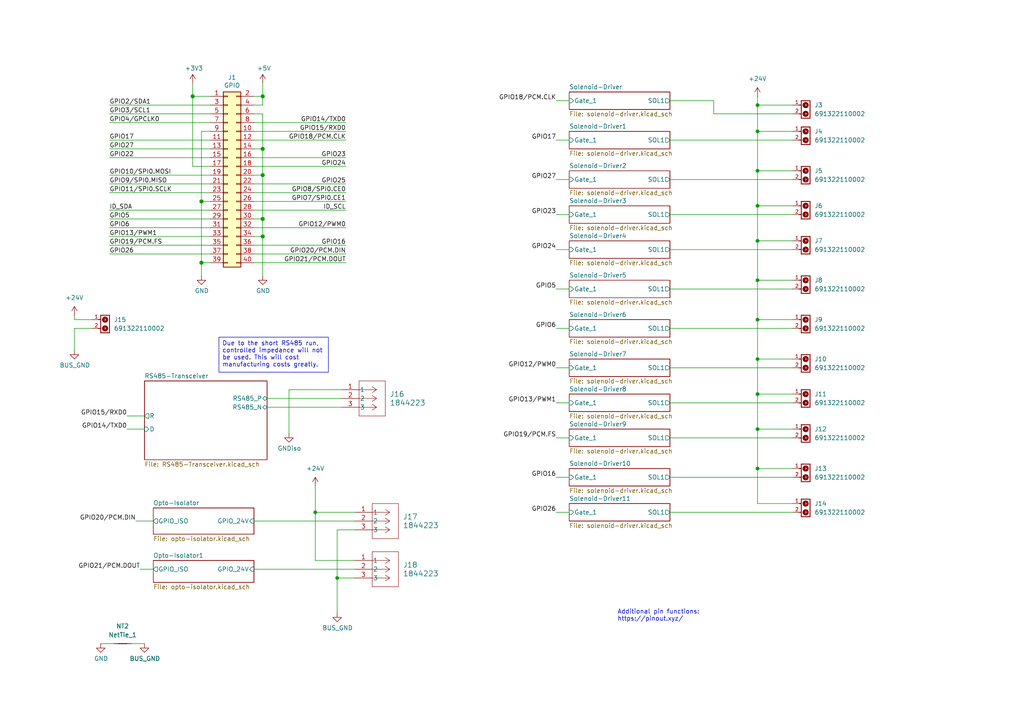
<source format=kicad_sch>
(kicad_sch
	(version 20231120)
	(generator "eeschema")
	(generator_version "8.0")
	(uuid "e63e39d7-6ac0-4ffd-8aa3-1841a4541b55")
	(paper "A4")
	(title_block
		(date "15 nov 2012")
	)
	(lib_symbols
		(symbol "2024-08-23_04-13-18:1844223"
			(pin_names
				(offset 0.254)
			)
			(exclude_from_sim no)
			(in_bom yes)
			(on_board yes)
			(property "Reference" "J"
				(at 8.89 6.35 0)
				(effects
					(font
						(size 1.524 1.524)
					)
				)
			)
			(property "Value" "1844223"
				(at 0 0 0)
				(effects
					(font
						(size 1.524 1.524)
					)
				)
			)
			(property "Footprint" "CONN_1844223_PXC"
				(at 0 0 0)
				(effects
					(font
						(size 1.27 1.27)
						(italic yes)
					)
					(hide yes)
				)
			)
			(property "Datasheet" "1844223"
				(at 0 0 0)
				(effects
					(font
						(size 1.27 1.27)
						(italic yes)
					)
					(hide yes)
				)
			)
			(property "Description" ""
				(at 0 0 0)
				(effects
					(font
						(size 1.27 1.27)
					)
					(hide yes)
				)
			)
			(property "ki_locked" ""
				(at 0 0 0)
				(effects
					(font
						(size 1.27 1.27)
					)
				)
			)
			(property "ki_keywords" "1844223"
				(at 0 0 0)
				(effects
					(font
						(size 1.27 1.27)
					)
					(hide yes)
				)
			)
			(property "ki_fp_filters" "CONN_1844223_PXC"
				(at 0 0 0)
				(effects
					(font
						(size 1.27 1.27)
					)
					(hide yes)
				)
			)
			(symbol "1844223_0_1"
				(polyline
					(pts
						(xy 5.08 -7.62) (xy 12.7 -7.62)
					)
					(stroke
						(width 0.127)
						(type default)
					)
					(fill
						(type none)
					)
				)
				(polyline
					(pts
						(xy 5.08 2.54) (xy 5.08 -7.62)
					)
					(stroke
						(width 0.127)
						(type default)
					)
					(fill
						(type none)
					)
				)
				(polyline
					(pts
						(xy 10.16 -5.08) (xy 5.08 -5.08)
					)
					(stroke
						(width 0.127)
						(type default)
					)
					(fill
						(type none)
					)
				)
				(polyline
					(pts
						(xy 10.16 -5.08) (xy 8.89 -5.9267)
					)
					(stroke
						(width 0.127)
						(type default)
					)
					(fill
						(type none)
					)
				)
				(polyline
					(pts
						(xy 10.16 -5.08) (xy 8.89 -4.2333)
					)
					(stroke
						(width 0.127)
						(type default)
					)
					(fill
						(type none)
					)
				)
				(polyline
					(pts
						(xy 10.16 -2.54) (xy 5.08 -2.54)
					)
					(stroke
						(width 0.127)
						(type default)
					)
					(fill
						(type none)
					)
				)
				(polyline
					(pts
						(xy 10.16 -2.54) (xy 8.89 -3.3867)
					)
					(stroke
						(width 0.127)
						(type default)
					)
					(fill
						(type none)
					)
				)
				(polyline
					(pts
						(xy 10.16 -2.54) (xy 8.89 -1.6933)
					)
					(stroke
						(width 0.127)
						(type default)
					)
					(fill
						(type none)
					)
				)
				(polyline
					(pts
						(xy 10.16 0) (xy 5.08 0)
					)
					(stroke
						(width 0.127)
						(type default)
					)
					(fill
						(type none)
					)
				)
				(polyline
					(pts
						(xy 10.16 0) (xy 8.89 -0.8467)
					)
					(stroke
						(width 0.127)
						(type default)
					)
					(fill
						(type none)
					)
				)
				(polyline
					(pts
						(xy 10.16 0) (xy 8.89 0.8467)
					)
					(stroke
						(width 0.127)
						(type default)
					)
					(fill
						(type none)
					)
				)
				(polyline
					(pts
						(xy 12.7 -7.62) (xy 12.7 2.54)
					)
					(stroke
						(width 0.127)
						(type default)
					)
					(fill
						(type none)
					)
				)
				(polyline
					(pts
						(xy 12.7 2.54) (xy 5.08 2.54)
					)
					(stroke
						(width 0.127)
						(type default)
					)
					(fill
						(type none)
					)
				)
				(pin unspecified line
					(at 0 0 0)
					(length 5.08)
					(name "1"
						(effects
							(font
								(size 1.27 1.27)
							)
						)
					)
					(number "1"
						(effects
							(font
								(size 1.27 1.27)
							)
						)
					)
				)
				(pin unspecified line
					(at 0 -2.54 0)
					(length 5.08)
					(name "2"
						(effects
							(font
								(size 1.27 1.27)
							)
						)
					)
					(number "2"
						(effects
							(font
								(size 1.27 1.27)
							)
						)
					)
				)
				(pin unspecified line
					(at 0 -5.08 0)
					(length 5.08)
					(name "3"
						(effects
							(font
								(size 1.27 1.27)
							)
						)
					)
					(number "3"
						(effects
							(font
								(size 1.27 1.27)
							)
						)
					)
				)
			)
		)
		(symbol "691322110002:691322110002"
			(pin_names
				(offset 1.016)
			)
			(exclude_from_sim no)
			(in_bom yes)
			(on_board yes)
			(property "Reference" "J"
				(at -4.99 -1.205 0)
				(effects
					(font
						(size 1.27 1.27)
					)
					(justify right bottom)
				)
			)
			(property "Value" "691322110002"
				(at 0 0 0)
				(effects
					(font
						(size 1.27 1.27)
					)
					(justify bottom)
					(hide yes)
				)
			)
			(property "Footprint" "691322110002:691322110002"
				(at 0 0 0)
				(effects
					(font
						(size 1.27 1.27)
					)
					(justify bottom)
					(hide yes)
				)
			)
			(property "Datasheet" ""
				(at 0 0 0)
				(effects
					(font
						(size 1.27 1.27)
					)
					(hide yes)
				)
			)
			(property "Description" ""
				(at 0 0 0)
				(effects
					(font
						(size 1.27 1.27)
					)
					(hide yes)
				)
			)
			(property "MOUNT" "THT"
				(at 0 0 0)
				(effects
					(font
						(size 1.27 1.27)
					)
					(justify bottom)
					(hide yes)
				)
			)
			(property "IR-VDE" "10.5A"
				(at 0 0 0)
				(effects
					(font
						(size 1.27 1.27)
					)
					(justify bottom)
					(hide yes)
				)
			)
			(property "IR-UL" "10A"
				(at 0 0 0)
				(effects
					(font
						(size 1.27 1.27)
					)
					(justify bottom)
					(hide yes)
				)
			)
			(property "WORKING-VOLTAGE-UL" "300V (AC)"
				(at 0 0 0)
				(effects
					(font
						(size 1.27 1.27)
					)
					(justify bottom)
					(hide yes)
				)
			)
			(property "PART-NUMBER" "691322110002"
				(at 0 0 0)
				(effects
					(font
						(size 1.27 1.27)
					)
					(justify bottom)
					(hide yes)
				)
			)
			(property "DATASHEET-URL" "https://www.we-online.com/redexpert/spec/691322110002?ae"
				(at 0 0 0)
				(effects
					(font
						(size 1.27 1.27)
					)
					(justify bottom)
					(hide yes)
				)
			)
			(property "PITCH" "3.5mm"
				(at 0 0 0)
				(effects
					(font
						(size 1.27 1.27)
					)
					(justify bottom)
					(hide yes)
				)
			)
			(property "PINS" "2"
				(at 0 0 0)
				(effects
					(font
						(size 1.27 1.27)
					)
					(justify bottom)
					(hide yes)
				)
			)
			(property "WORKING-VOLTAGE-VDE" "300V (AC)"
				(at 0 0 0)
				(effects
					(font
						(size 1.27 1.27)
					)
					(justify bottom)
					(hide yes)
				)
			)
			(property "TYPE" "Horizontal"
				(at 0 0 0)
				(effects
					(font
						(size 1.27 1.27)
					)
					(justify bottom)
					(hide yes)
				)
			)
			(symbol "691322110002_0_0"
				(circle
					(center -2.54 -1.27)
					(radius 0.254)
					(stroke
						(width 0.635)
						(type default)
					)
					(fill
						(type none)
					)
				)
				(circle
					(center 0 -1.27)
					(radius 0.254)
					(stroke
						(width 0.635)
						(type default)
					)
					(fill
						(type none)
					)
				)
				(polyline
					(pts
						(xy -3.81 -2.54) (xy -1.905 -2.54)
					)
					(stroke
						(width 0.254)
						(type default)
					)
					(fill
						(type none)
					)
				)
				(polyline
					(pts
						(xy -3.81 -1.905) (xy -3.81 -2.54)
					)
					(stroke
						(width 0.254)
						(type default)
					)
					(fill
						(type none)
					)
				)
				(polyline
					(pts
						(xy -3.81 0) (xy -3.81 -1.905)
					)
					(stroke
						(width 0.254)
						(type default)
					)
					(fill
						(type none)
					)
				)
				(polyline
					(pts
						(xy -2.54 -3.175) (xy -2.54 -2.54)
					)
					(stroke
						(width 0.254)
						(type default)
					)
					(fill
						(type none)
					)
				)
				(polyline
					(pts
						(xy -2.54 -1.27) (xy -2.54 -1.905)
					)
					(stroke
						(width 0.254)
						(type default)
					)
					(fill
						(type none)
					)
				)
				(polyline
					(pts
						(xy -2.54 0) (xy -3.81 0)
					)
					(stroke
						(width 0.254)
						(type default)
					)
					(fill
						(type none)
					)
				)
				(polyline
					(pts
						(xy -1.905 -2.54) (xy 0 -2.54)
					)
					(stroke
						(width 0.254)
						(type default)
					)
					(fill
						(type none)
					)
				)
				(polyline
					(pts
						(xy -0.635 0) (xy -2.54 0)
					)
					(stroke
						(width 0.254)
						(type default)
					)
					(fill
						(type none)
					)
				)
				(polyline
					(pts
						(xy 0 -3.175) (xy 0 -2.54)
					)
					(stroke
						(width 0.254)
						(type default)
					)
					(fill
						(type none)
					)
				)
				(polyline
					(pts
						(xy 0 -2.54) (xy 1.27 -2.54)
					)
					(stroke
						(width 0.254)
						(type default)
					)
					(fill
						(type none)
					)
				)
				(polyline
					(pts
						(xy 0 -1.27) (xy 0 -1.905)
					)
					(stroke
						(width 0.254)
						(type default)
					)
					(fill
						(type none)
					)
				)
				(polyline
					(pts
						(xy 1.27 -2.54) (xy 1.27 -0.635)
					)
					(stroke
						(width 0.254)
						(type default)
					)
					(fill
						(type none)
					)
				)
				(polyline
					(pts
						(xy 1.27 -0.635) (xy 1.27 0)
					)
					(stroke
						(width 0.254)
						(type default)
					)
					(fill
						(type none)
					)
				)
				(polyline
					(pts
						(xy 1.27 0) (xy -0.635 0)
					)
					(stroke
						(width 0.254)
						(type default)
					)
					(fill
						(type none)
					)
				)
				(pin passive line
					(at -2.54 -5.08 90)
					(length 2.54)
					(name "~"
						(effects
							(font
								(size 1.016 1.016)
							)
						)
					)
					(number "1"
						(effects
							(font
								(size 1.016 1.016)
							)
						)
					)
				)
				(pin passive line
					(at 0 -5.08 90)
					(length 2.54)
					(name "~"
						(effects
							(font
								(size 1.016 1.016)
							)
						)
					)
					(number "2"
						(effects
							(font
								(size 1.016 1.016)
							)
						)
					)
				)
			)
		)
		(symbol "Connector_Generic:Conn_02x20_Odd_Even"
			(pin_names
				(offset 1.016) hide)
			(exclude_from_sim no)
			(in_bom yes)
			(on_board yes)
			(property "Reference" "J"
				(at 1.27 25.4 0)
				(effects
					(font
						(size 1.27 1.27)
					)
				)
			)
			(property "Value" "Conn_02x20_Odd_Even"
				(at 1.27 -27.94 0)
				(effects
					(font
						(size 1.27 1.27)
					)
				)
			)
			(property "Footprint" ""
				(at 0 0 0)
				(effects
					(font
						(size 1.27 1.27)
					)
					(hide yes)
				)
			)
			(property "Datasheet" "~"
				(at 0 0 0)
				(effects
					(font
						(size 1.27 1.27)
					)
					(hide yes)
				)
			)
			(property "Description" "Generic connector, double row, 02x20, odd/even pin numbering scheme (row 1 odd numbers, row 2 even numbers), script generated (kicad-library-utils/schlib/autogen/connector/)"
				(at 0 0 0)
				(effects
					(font
						(size 1.27 1.27)
					)
					(hide yes)
				)
			)
			(property "ki_keywords" "connector"
				(at 0 0 0)
				(effects
					(font
						(size 1.27 1.27)
					)
					(hide yes)
				)
			)
			(property "ki_fp_filters" "Connector*:*_2x??_*"
				(at 0 0 0)
				(effects
					(font
						(size 1.27 1.27)
					)
					(hide yes)
				)
			)
			(symbol "Conn_02x20_Odd_Even_1_1"
				(rectangle
					(start -1.27 -25.273)
					(end 0 -25.527)
					(stroke
						(width 0.1524)
						(type default)
					)
					(fill
						(type none)
					)
				)
				(rectangle
					(start -1.27 -22.733)
					(end 0 -22.987)
					(stroke
						(width 0.1524)
						(type default)
					)
					(fill
						(type none)
					)
				)
				(rectangle
					(start -1.27 -20.193)
					(end 0 -20.447)
					(stroke
						(width 0.1524)
						(type default)
					)
					(fill
						(type none)
					)
				)
				(rectangle
					(start -1.27 -17.653)
					(end 0 -17.907)
					(stroke
						(width 0.1524)
						(type default)
					)
					(fill
						(type none)
					)
				)
				(rectangle
					(start -1.27 -15.113)
					(end 0 -15.367)
					(stroke
						(width 0.1524)
						(type default)
					)
					(fill
						(type none)
					)
				)
				(rectangle
					(start -1.27 -12.573)
					(end 0 -12.827)
					(stroke
						(width 0.1524)
						(type default)
					)
					(fill
						(type none)
					)
				)
				(rectangle
					(start -1.27 -10.033)
					(end 0 -10.287)
					(stroke
						(width 0.1524)
						(type default)
					)
					(fill
						(type none)
					)
				)
				(rectangle
					(start -1.27 -7.493)
					(end 0 -7.747)
					(stroke
						(width 0.1524)
						(type default)
					)
					(fill
						(type none)
					)
				)
				(rectangle
					(start -1.27 -4.953)
					(end 0 -5.207)
					(stroke
						(width 0.1524)
						(type default)
					)
					(fill
						(type none)
					)
				)
				(rectangle
					(start -1.27 -2.413)
					(end 0 -2.667)
					(stroke
						(width 0.1524)
						(type default)
					)
					(fill
						(type none)
					)
				)
				(rectangle
					(start -1.27 0.127)
					(end 0 -0.127)
					(stroke
						(width 0.1524)
						(type default)
					)
					(fill
						(type none)
					)
				)
				(rectangle
					(start -1.27 2.667)
					(end 0 2.413)
					(stroke
						(width 0.1524)
						(type default)
					)
					(fill
						(type none)
					)
				)
				(rectangle
					(start -1.27 5.207)
					(end 0 4.953)
					(stroke
						(width 0.1524)
						(type default)
					)
					(fill
						(type none)
					)
				)
				(rectangle
					(start -1.27 7.747)
					(end 0 7.493)
					(stroke
						(width 0.1524)
						(type default)
					)
					(fill
						(type none)
					)
				)
				(rectangle
					(start -1.27 10.287)
					(end 0 10.033)
					(stroke
						(width 0.1524)
						(type default)
					)
					(fill
						(type none)
					)
				)
				(rectangle
					(start -1.27 12.827)
					(end 0 12.573)
					(stroke
						(width 0.1524)
						(type default)
					)
					(fill
						(type none)
					)
				)
				(rectangle
					(start -1.27 15.367)
					(end 0 15.113)
					(stroke
						(width 0.1524)
						(type default)
					)
					(fill
						(type none)
					)
				)
				(rectangle
					(start -1.27 17.907)
					(end 0 17.653)
					(stroke
						(width 0.1524)
						(type default)
					)
					(fill
						(type none)
					)
				)
				(rectangle
					(start -1.27 20.447)
					(end 0 20.193)
					(stroke
						(width 0.1524)
						(type default)
					)
					(fill
						(type none)
					)
				)
				(rectangle
					(start -1.27 22.987)
					(end 0 22.733)
					(stroke
						(width 0.1524)
						(type default)
					)
					(fill
						(type none)
					)
				)
				(rectangle
					(start -1.27 24.13)
					(end 3.81 -26.67)
					(stroke
						(width 0.254)
						(type default)
					)
					(fill
						(type background)
					)
				)
				(rectangle
					(start 3.81 -25.273)
					(end 2.54 -25.527)
					(stroke
						(width 0.1524)
						(type default)
					)
					(fill
						(type none)
					)
				)
				(rectangle
					(start 3.81 -22.733)
					(end 2.54 -22.987)
					(stroke
						(width 0.1524)
						(type default)
					)
					(fill
						(type none)
					)
				)
				(rectangle
					(start 3.81 -20.193)
					(end 2.54 -20.447)
					(stroke
						(width 0.1524)
						(type default)
					)
					(fill
						(type none)
					)
				)
				(rectangle
					(start 3.81 -17.653)
					(end 2.54 -17.907)
					(stroke
						(width 0.1524)
						(type default)
					)
					(fill
						(type none)
					)
				)
				(rectangle
					(start 3.81 -15.113)
					(end 2.54 -15.367)
					(stroke
						(width 0.1524)
						(type default)
					)
					(fill
						(type none)
					)
				)
				(rectangle
					(start 3.81 -12.573)
					(end 2.54 -12.827)
					(stroke
						(width 0.1524)
						(type default)
					)
					(fill
						(type none)
					)
				)
				(rectangle
					(start 3.81 -10.033)
					(end 2.54 -10.287)
					(stroke
						(width 0.1524)
						(type default)
					)
					(fill
						(type none)
					)
				)
				(rectangle
					(start 3.81 -7.493)
					(end 2.54 -7.747)
					(stroke
						(width 0.1524)
						(type default)
					)
					(fill
						(type none)
					)
				)
				(rectangle
					(start 3.81 -4.953)
					(end 2.54 -5.207)
					(stroke
						(width 0.1524)
						(type default)
					)
					(fill
						(type none)
					)
				)
				(rectangle
					(start 3.81 -2.413)
					(end 2.54 -2.667)
					(stroke
						(width 0.1524)
						(type default)
					)
					(fill
						(type none)
					)
				)
				(rectangle
					(start 3.81 0.127)
					(end 2.54 -0.127)
					(stroke
						(width 0.1524)
						(type default)
					)
					(fill
						(type none)
					)
				)
				(rectangle
					(start 3.81 2.667)
					(end 2.54 2.413)
					(stroke
						(width 0.1524)
						(type default)
					)
					(fill
						(type none)
					)
				)
				(rectangle
					(start 3.81 5.207)
					(end 2.54 4.953)
					(stroke
						(width 0.1524)
						(type default)
					)
					(fill
						(type none)
					)
				)
				(rectangle
					(start 3.81 7.747)
					(end 2.54 7.493)
					(stroke
						(width 0.1524)
						(type default)
					)
					(fill
						(type none)
					)
				)
				(rectangle
					(start 3.81 10.287)
					(end 2.54 10.033)
					(stroke
						(width 0.1524)
						(type default)
					)
					(fill
						(type none)
					)
				)
				(rectangle
					(start 3.81 12.827)
					(end 2.54 12.573)
					(stroke
						(width 0.1524)
						(type default)
					)
					(fill
						(type none)
					)
				)
				(rectangle
					(start 3.81 15.367)
					(end 2.54 15.113)
					(stroke
						(width 0.1524)
						(type default)
					)
					(fill
						(type none)
					)
				)
				(rectangle
					(start 3.81 17.907)
					(end 2.54 17.653)
					(stroke
						(width 0.1524)
						(type default)
					)
					(fill
						(type none)
					)
				)
				(rectangle
					(start 3.81 20.447)
					(end 2.54 20.193)
					(stroke
						(width 0.1524)
						(type default)
					)
					(fill
						(type none)
					)
				)
				(rectangle
					(start 3.81 22.987)
					(end 2.54 22.733)
					(stroke
						(width 0.1524)
						(type default)
					)
					(fill
						(type none)
					)
				)
				(pin passive line
					(at -5.08 22.86 0)
					(length 3.81)
					(name "Pin_1"
						(effects
							(font
								(size 1.27 1.27)
							)
						)
					)
					(number "1"
						(effects
							(font
								(size 1.27 1.27)
							)
						)
					)
				)
				(pin passive line
					(at 7.62 12.7 180)
					(length 3.81)
					(name "Pin_10"
						(effects
							(font
								(size 1.27 1.27)
							)
						)
					)
					(number "10"
						(effects
							(font
								(size 1.27 1.27)
							)
						)
					)
				)
				(pin passive line
					(at -5.08 10.16 0)
					(length 3.81)
					(name "Pin_11"
						(effects
							(font
								(size 1.27 1.27)
							)
						)
					)
					(number "11"
						(effects
							(font
								(size 1.27 1.27)
							)
						)
					)
				)
				(pin passive line
					(at 7.62 10.16 180)
					(length 3.81)
					(name "Pin_12"
						(effects
							(font
								(size 1.27 1.27)
							)
						)
					)
					(number "12"
						(effects
							(font
								(size 1.27 1.27)
							)
						)
					)
				)
				(pin passive line
					(at -5.08 7.62 0)
					(length 3.81)
					(name "Pin_13"
						(effects
							(font
								(size 1.27 1.27)
							)
						)
					)
					(number "13"
						(effects
							(font
								(size 1.27 1.27)
							)
						)
					)
				)
				(pin passive line
					(at 7.62 7.62 180)
					(length 3.81)
					(name "Pin_14"
						(effects
							(font
								(size 1.27 1.27)
							)
						)
					)
					(number "14"
						(effects
							(font
								(size 1.27 1.27)
							)
						)
					)
				)
				(pin passive line
					(at -5.08 5.08 0)
					(length 3.81)
					(name "Pin_15"
						(effects
							(font
								(size 1.27 1.27)
							)
						)
					)
					(number "15"
						(effects
							(font
								(size 1.27 1.27)
							)
						)
					)
				)
				(pin passive line
					(at 7.62 5.08 180)
					(length 3.81)
					(name "Pin_16"
						(effects
							(font
								(size 1.27 1.27)
							)
						)
					)
					(number "16"
						(effects
							(font
								(size 1.27 1.27)
							)
						)
					)
				)
				(pin passive line
					(at -5.08 2.54 0)
					(length 3.81)
					(name "Pin_17"
						(effects
							(font
								(size 1.27 1.27)
							)
						)
					)
					(number "17"
						(effects
							(font
								(size 1.27 1.27)
							)
						)
					)
				)
				(pin passive line
					(at 7.62 2.54 180)
					(length 3.81)
					(name "Pin_18"
						(effects
							(font
								(size 1.27 1.27)
							)
						)
					)
					(number "18"
						(effects
							(font
								(size 1.27 1.27)
							)
						)
					)
				)
				(pin passive line
					(at -5.08 0 0)
					(length 3.81)
					(name "Pin_19"
						(effects
							(font
								(size 1.27 1.27)
							)
						)
					)
					(number "19"
						(effects
							(font
								(size 1.27 1.27)
							)
						)
					)
				)
				(pin passive line
					(at 7.62 22.86 180)
					(length 3.81)
					(name "Pin_2"
						(effects
							(font
								(size 1.27 1.27)
							)
						)
					)
					(number "2"
						(effects
							(font
								(size 1.27 1.27)
							)
						)
					)
				)
				(pin passive line
					(at 7.62 0 180)
					(length 3.81)
					(name "Pin_20"
						(effects
							(font
								(size 1.27 1.27)
							)
						)
					)
					(number "20"
						(effects
							(font
								(size 1.27 1.27)
							)
						)
					)
				)
				(pin passive line
					(at -5.08 -2.54 0)
					(length 3.81)
					(name "Pin_21"
						(effects
							(font
								(size 1.27 1.27)
							)
						)
					)
					(number "21"
						(effects
							(font
								(size 1.27 1.27)
							)
						)
					)
				)
				(pin passive line
					(at 7.62 -2.54 180)
					(length 3.81)
					(name "Pin_22"
						(effects
							(font
								(size 1.27 1.27)
							)
						)
					)
					(number "22"
						(effects
							(font
								(size 1.27 1.27)
							)
						)
					)
				)
				(pin passive line
					(at -5.08 -5.08 0)
					(length 3.81)
					(name "Pin_23"
						(effects
							(font
								(size 1.27 1.27)
							)
						)
					)
					(number "23"
						(effects
							(font
								(size 1.27 1.27)
							)
						)
					)
				)
				(pin passive line
					(at 7.62 -5.08 180)
					(length 3.81)
					(name "Pin_24"
						(effects
							(font
								(size 1.27 1.27)
							)
						)
					)
					(number "24"
						(effects
							(font
								(size 1.27 1.27)
							)
						)
					)
				)
				(pin passive line
					(at -5.08 -7.62 0)
					(length 3.81)
					(name "Pin_25"
						(effects
							(font
								(size 1.27 1.27)
							)
						)
					)
					(number "25"
						(effects
							(font
								(size 1.27 1.27)
							)
						)
					)
				)
				(pin passive line
					(at 7.62 -7.62 180)
					(length 3.81)
					(name "Pin_26"
						(effects
							(font
								(size 1.27 1.27)
							)
						)
					)
					(number "26"
						(effects
							(font
								(size 1.27 1.27)
							)
						)
					)
				)
				(pin passive line
					(at -5.08 -10.16 0)
					(length 3.81)
					(name "Pin_27"
						(effects
							(font
								(size 1.27 1.27)
							)
						)
					)
					(number "27"
						(effects
							(font
								(size 1.27 1.27)
							)
						)
					)
				)
				(pin passive line
					(at 7.62 -10.16 180)
					(length 3.81)
					(name "Pin_28"
						(effects
							(font
								(size 1.27 1.27)
							)
						)
					)
					(number "28"
						(effects
							(font
								(size 1.27 1.27)
							)
						)
					)
				)
				(pin passive line
					(at -5.08 -12.7 0)
					(length 3.81)
					(name "Pin_29"
						(effects
							(font
								(size 1.27 1.27)
							)
						)
					)
					(number "29"
						(effects
							(font
								(size 1.27 1.27)
							)
						)
					)
				)
				(pin passive line
					(at -5.08 20.32 0)
					(length 3.81)
					(name "Pin_3"
						(effects
							(font
								(size 1.27 1.27)
							)
						)
					)
					(number "3"
						(effects
							(font
								(size 1.27 1.27)
							)
						)
					)
				)
				(pin passive line
					(at 7.62 -12.7 180)
					(length 3.81)
					(name "Pin_30"
						(effects
							(font
								(size 1.27 1.27)
							)
						)
					)
					(number "30"
						(effects
							(font
								(size 1.27 1.27)
							)
						)
					)
				)
				(pin passive line
					(at -5.08 -15.24 0)
					(length 3.81)
					(name "Pin_31"
						(effects
							(font
								(size 1.27 1.27)
							)
						)
					)
					(number "31"
						(effects
							(font
								(size 1.27 1.27)
							)
						)
					)
				)
				(pin passive line
					(at 7.62 -15.24 180)
					(length 3.81)
					(name "Pin_32"
						(effects
							(font
								(size 1.27 1.27)
							)
						)
					)
					(number "32"
						(effects
							(font
								(size 1.27 1.27)
							)
						)
					)
				)
				(pin passive line
					(at -5.08 -17.78 0)
					(length 3.81)
					(name "Pin_33"
						(effects
							(font
								(size 1.27 1.27)
							)
						)
					)
					(number "33"
						(effects
							(font
								(size 1.27 1.27)
							)
						)
					)
				)
				(pin passive line
					(at 7.62 -17.78 180)
					(length 3.81)
					(name "Pin_34"
						(effects
							(font
								(size 1.27 1.27)
							)
						)
					)
					(number "34"
						(effects
							(font
								(size 1.27 1.27)
							)
						)
					)
				)
				(pin passive line
					(at -5.08 -20.32 0)
					(length 3.81)
					(name "Pin_35"
						(effects
							(font
								(size 1.27 1.27)
							)
						)
					)
					(number "35"
						(effects
							(font
								(size 1.27 1.27)
							)
						)
					)
				)
				(pin passive line
					(at 7.62 -20.32 180)
					(length 3.81)
					(name "Pin_36"
						(effects
							(font
								(size 1.27 1.27)
							)
						)
					)
					(number "36"
						(effects
							(font
								(size 1.27 1.27)
							)
						)
					)
				)
				(pin passive line
					(at -5.08 -22.86 0)
					(length 3.81)
					(name "Pin_37"
						(effects
							(font
								(size 1.27 1.27)
							)
						)
					)
					(number "37"
						(effects
							(font
								(size 1.27 1.27)
							)
						)
					)
				)
				(pin passive line
					(at 7.62 -22.86 180)
					(length 3.81)
					(name "Pin_38"
						(effects
							(font
								(size 1.27 1.27)
							)
						)
					)
					(number "38"
						(effects
							(font
								(size 1.27 1.27)
							)
						)
					)
				)
				(pin passive line
					(at -5.08 -25.4 0)
					(length 3.81)
					(name "Pin_39"
						(effects
							(font
								(size 1.27 1.27)
							)
						)
					)
					(number "39"
						(effects
							(font
								(size 1.27 1.27)
							)
						)
					)
				)
				(pin passive line
					(at 7.62 20.32 180)
					(length 3.81)
					(name "Pin_4"
						(effects
							(font
								(size 1.27 1.27)
							)
						)
					)
					(number "4"
						(effects
							(font
								(size 1.27 1.27)
							)
						)
					)
				)
				(pin passive line
					(at 7.62 -25.4 180)
					(length 3.81)
					(name "Pin_40"
						(effects
							(font
								(size 1.27 1.27)
							)
						)
					)
					(number "40"
						(effects
							(font
								(size 1.27 1.27)
							)
						)
					)
				)
				(pin passive line
					(at -5.08 17.78 0)
					(length 3.81)
					(name "Pin_5"
						(effects
							(font
								(size 1.27 1.27)
							)
						)
					)
					(number "5"
						(effects
							(font
								(size 1.27 1.27)
							)
						)
					)
				)
				(pin passive line
					(at 7.62 17.78 180)
					(length 3.81)
					(name "Pin_6"
						(effects
							(font
								(size 1.27 1.27)
							)
						)
					)
					(number "6"
						(effects
							(font
								(size 1.27 1.27)
							)
						)
					)
				)
				(pin passive line
					(at -5.08 15.24 0)
					(length 3.81)
					(name "Pin_7"
						(effects
							(font
								(size 1.27 1.27)
							)
						)
					)
					(number "7"
						(effects
							(font
								(size 1.27 1.27)
							)
						)
					)
				)
				(pin passive line
					(at 7.62 15.24 180)
					(length 3.81)
					(name "Pin_8"
						(effects
							(font
								(size 1.27 1.27)
							)
						)
					)
					(number "8"
						(effects
							(font
								(size 1.27 1.27)
							)
						)
					)
				)
				(pin passive line
					(at -5.08 12.7 0)
					(length 3.81)
					(name "Pin_9"
						(effects
							(font
								(size 1.27 1.27)
							)
						)
					)
					(number "9"
						(effects
							(font
								(size 1.27 1.27)
							)
						)
					)
				)
			)
		)
		(symbol "Device:NetTie_2"
			(pin_numbers hide)
			(pin_names
				(offset 0) hide)
			(exclude_from_sim no)
			(in_bom no)
			(on_board yes)
			(property "Reference" "NT"
				(at 0 1.27 0)
				(effects
					(font
						(size 1.27 1.27)
					)
				)
			)
			(property "Value" "NetTie_2"
				(at 0 -1.27 0)
				(effects
					(font
						(size 1.27 1.27)
					)
				)
			)
			(property "Footprint" ""
				(at 0 0 0)
				(effects
					(font
						(size 1.27 1.27)
					)
					(hide yes)
				)
			)
			(property "Datasheet" "~"
				(at 0 0 0)
				(effects
					(font
						(size 1.27 1.27)
					)
					(hide yes)
				)
			)
			(property "Description" "Net tie, 2 pins"
				(at 0 0 0)
				(effects
					(font
						(size 1.27 1.27)
					)
					(hide yes)
				)
			)
			(property "ki_keywords" "net tie short"
				(at 0 0 0)
				(effects
					(font
						(size 1.27 1.27)
					)
					(hide yes)
				)
			)
			(property "ki_fp_filters" "Net*Tie*"
				(at 0 0 0)
				(effects
					(font
						(size 1.27 1.27)
					)
					(hide yes)
				)
			)
			(symbol "NetTie_2_0_1"
				(polyline
					(pts
						(xy -1.27 0) (xy 1.27 0)
					)
					(stroke
						(width 0.254)
						(type default)
					)
					(fill
						(type none)
					)
				)
			)
			(symbol "NetTie_2_1_1"
				(pin passive line
					(at -2.54 0 0)
					(length 2.54)
					(name "1"
						(effects
							(font
								(size 1.27 1.27)
							)
						)
					)
					(number "1"
						(effects
							(font
								(size 1.27 1.27)
							)
						)
					)
				)
				(pin passive line
					(at 2.54 0 180)
					(length 2.54)
					(name "2"
						(effects
							(font
								(size 1.27 1.27)
							)
						)
					)
					(number "2"
						(effects
							(font
								(size 1.27 1.27)
							)
						)
					)
				)
			)
		)
		(symbol "power:+24V"
			(power)
			(pin_numbers hide)
			(pin_names
				(offset 0) hide)
			(exclude_from_sim no)
			(in_bom yes)
			(on_board yes)
			(property "Reference" "#PWR"
				(at 0 -3.81 0)
				(effects
					(font
						(size 1.27 1.27)
					)
					(hide yes)
				)
			)
			(property "Value" "+24V"
				(at 0 3.556 0)
				(effects
					(font
						(size 1.27 1.27)
					)
				)
			)
			(property "Footprint" ""
				(at 0 0 0)
				(effects
					(font
						(size 1.27 1.27)
					)
					(hide yes)
				)
			)
			(property "Datasheet" ""
				(at 0 0 0)
				(effects
					(font
						(size 1.27 1.27)
					)
					(hide yes)
				)
			)
			(property "Description" "Power symbol creates a global label with name \"+24V\""
				(at 0 0 0)
				(effects
					(font
						(size 1.27 1.27)
					)
					(hide yes)
				)
			)
			(property "ki_keywords" "global power"
				(at 0 0 0)
				(effects
					(font
						(size 1.27 1.27)
					)
					(hide yes)
				)
			)
			(symbol "+24V_0_1"
				(polyline
					(pts
						(xy -0.762 1.27) (xy 0 2.54)
					)
					(stroke
						(width 0)
						(type default)
					)
					(fill
						(type none)
					)
				)
				(polyline
					(pts
						(xy 0 0) (xy 0 2.54)
					)
					(stroke
						(width 0)
						(type default)
					)
					(fill
						(type none)
					)
				)
				(polyline
					(pts
						(xy 0 2.54) (xy 0.762 1.27)
					)
					(stroke
						(width 0)
						(type default)
					)
					(fill
						(type none)
					)
				)
			)
			(symbol "+24V_1_1"
				(pin power_in line
					(at 0 0 90)
					(length 0)
					(name "~"
						(effects
							(font
								(size 1.27 1.27)
							)
						)
					)
					(number "1"
						(effects
							(font
								(size 1.27 1.27)
							)
						)
					)
				)
			)
		)
		(symbol "power:+3.3V"
			(power)
			(pin_names
				(offset 0)
			)
			(exclude_from_sim no)
			(in_bom yes)
			(on_board yes)
			(property "Reference" "#PWR"
				(at 0 -3.81 0)
				(effects
					(font
						(size 1.27 1.27)
					)
					(hide yes)
				)
			)
			(property "Value" "+3.3V"
				(at 0 3.556 0)
				(effects
					(font
						(size 1.27 1.27)
					)
				)
			)
			(property "Footprint" ""
				(at 0 0 0)
				(effects
					(font
						(size 1.27 1.27)
					)
					(hide yes)
				)
			)
			(property "Datasheet" ""
				(at 0 0 0)
				(effects
					(font
						(size 1.27 1.27)
					)
					(hide yes)
				)
			)
			(property "Description" "Power symbol creates a global label with name \"+3.3V\""
				(at 0 0 0)
				(effects
					(font
						(size 1.27 1.27)
					)
					(hide yes)
				)
			)
			(property "ki_keywords" "power-flag"
				(at 0 0 0)
				(effects
					(font
						(size 1.27 1.27)
					)
					(hide yes)
				)
			)
			(symbol "+3.3V_0_1"
				(polyline
					(pts
						(xy -0.762 1.27) (xy 0 2.54)
					)
					(stroke
						(width 0)
						(type default)
					)
					(fill
						(type none)
					)
				)
				(polyline
					(pts
						(xy 0 0) (xy 0 2.54)
					)
					(stroke
						(width 0)
						(type default)
					)
					(fill
						(type none)
					)
				)
				(polyline
					(pts
						(xy 0 2.54) (xy 0.762 1.27)
					)
					(stroke
						(width 0)
						(type default)
					)
					(fill
						(type none)
					)
				)
			)
			(symbol "+3.3V_1_1"
				(pin power_in line
					(at 0 0 90)
					(length 0) hide
					(name "+3V3"
						(effects
							(font
								(size 1.27 1.27)
							)
						)
					)
					(number "1"
						(effects
							(font
								(size 1.27 1.27)
							)
						)
					)
				)
			)
		)
		(symbol "power:+5V"
			(power)
			(pin_names
				(offset 0)
			)
			(exclude_from_sim no)
			(in_bom yes)
			(on_board yes)
			(property "Reference" "#PWR"
				(at 0 -3.81 0)
				(effects
					(font
						(size 1.27 1.27)
					)
					(hide yes)
				)
			)
			(property "Value" "+5V"
				(at 0 3.556 0)
				(effects
					(font
						(size 1.27 1.27)
					)
				)
			)
			(property "Footprint" ""
				(at 0 0 0)
				(effects
					(font
						(size 1.27 1.27)
					)
					(hide yes)
				)
			)
			(property "Datasheet" ""
				(at 0 0 0)
				(effects
					(font
						(size 1.27 1.27)
					)
					(hide yes)
				)
			)
			(property "Description" "Power symbol creates a global label with name \"+5V\""
				(at 0 0 0)
				(effects
					(font
						(size 1.27 1.27)
					)
					(hide yes)
				)
			)
			(property "ki_keywords" "power-flag"
				(at 0 0 0)
				(effects
					(font
						(size 1.27 1.27)
					)
					(hide yes)
				)
			)
			(symbol "+5V_0_1"
				(polyline
					(pts
						(xy -0.762 1.27) (xy 0 2.54)
					)
					(stroke
						(width 0)
						(type default)
					)
					(fill
						(type none)
					)
				)
				(polyline
					(pts
						(xy 0 0) (xy 0 2.54)
					)
					(stroke
						(width 0)
						(type default)
					)
					(fill
						(type none)
					)
				)
				(polyline
					(pts
						(xy 0 2.54) (xy 0.762 1.27)
					)
					(stroke
						(width 0)
						(type default)
					)
					(fill
						(type none)
					)
				)
			)
			(symbol "+5V_1_1"
				(pin power_in line
					(at 0 0 90)
					(length 0) hide
					(name "+5V"
						(effects
							(font
								(size 1.27 1.27)
							)
						)
					)
					(number "1"
						(effects
							(font
								(size 1.27 1.27)
							)
						)
					)
				)
			)
		)
		(symbol "power:GND"
			(power)
			(pin_names
				(offset 0)
			)
			(exclude_from_sim no)
			(in_bom yes)
			(on_board yes)
			(property "Reference" "#PWR"
				(at 0 -6.35 0)
				(effects
					(font
						(size 1.27 1.27)
					)
					(hide yes)
				)
			)
			(property "Value" "GND"
				(at 0 -3.81 0)
				(effects
					(font
						(size 1.27 1.27)
					)
				)
			)
			(property "Footprint" ""
				(at 0 0 0)
				(effects
					(font
						(size 1.27 1.27)
					)
					(hide yes)
				)
			)
			(property "Datasheet" ""
				(at 0 0 0)
				(effects
					(font
						(size 1.27 1.27)
					)
					(hide yes)
				)
			)
			(property "Description" "Power symbol creates a global label with name \"GND\" , ground"
				(at 0 0 0)
				(effects
					(font
						(size 1.27 1.27)
					)
					(hide yes)
				)
			)
			(property "ki_keywords" "power-flag"
				(at 0 0 0)
				(effects
					(font
						(size 1.27 1.27)
					)
					(hide yes)
				)
			)
			(symbol "GND_0_1"
				(polyline
					(pts
						(xy 0 0) (xy 0 -1.27) (xy 1.27 -1.27) (xy 0 -2.54) (xy -1.27 -1.27) (xy 0 -1.27)
					)
					(stroke
						(width 0)
						(type default)
					)
					(fill
						(type none)
					)
				)
			)
			(symbol "GND_1_1"
				(pin power_in line
					(at 0 0 270)
					(length 0) hide
					(name "GND"
						(effects
							(font
								(size 1.27 1.27)
							)
						)
					)
					(number "1"
						(effects
							(font
								(size 1.27 1.27)
							)
						)
					)
				)
			)
		)
	)
	(junction
		(at 219.71 124.46)
		(diameter 0)
		(color 0 0 0 0)
		(uuid "057186f6-9186-4f11-ab0f-9ec7078af496")
	)
	(junction
		(at 76.2 27.94)
		(diameter 1.016)
		(color 0 0 0 0)
		(uuid "0eaa98f0-9565-4637-ace3-42a5231b07f7")
	)
	(junction
		(at 219.71 104.14)
		(diameter 0)
		(color 0 0 0 0)
		(uuid "1590080c-db6d-4267-ad4e-eca09285192a")
	)
	(junction
		(at 76.2 43.18)
		(diameter 1.016)
		(color 0 0 0 0)
		(uuid "181abe7a-f941-42b6-bd46-aaa3131f90fb")
	)
	(junction
		(at 219.71 69.85)
		(diameter 0)
		(color 0 0 0 0)
		(uuid "27465709-8bb3-4f5d-afc7-ec404b78624e")
	)
	(junction
		(at 219.71 49.53)
		(diameter 0)
		(color 0 0 0 0)
		(uuid "375aea9a-7941-4811-b74b-5da9d0fdb782")
	)
	(junction
		(at 219.71 114.3)
		(diameter 0)
		(color 0 0 0 0)
		(uuid "4021587c-aa22-416b-947e-fc4138fbea7a")
	)
	(junction
		(at 219.71 59.69)
		(diameter 0)
		(color 0 0 0 0)
		(uuid "4033ef44-c0ad-462b-ae68-3c079b4f6ddf")
	)
	(junction
		(at 97.79 167.64)
		(diameter 0)
		(color 0 0 0 0)
		(uuid "42f93acb-64dc-4837-b77a-d48189f29575")
	)
	(junction
		(at 219.71 135.89)
		(diameter 0)
		(color 0 0 0 0)
		(uuid "6b7c5f75-4188-45fa-93af-a006f47847e9")
	)
	(junction
		(at 58.42 76.2)
		(diameter 1.016)
		(color 0 0 0 0)
		(uuid "704d6d51-bb34-4cbf-83d8-841e208048d8")
	)
	(junction
		(at 58.42 58.42)
		(diameter 1.016)
		(color 0 0 0 0)
		(uuid "8174b4de-74b1-48db-ab8e-c8432251095b")
	)
	(junction
		(at 76.2 68.58)
		(diameter 1.016)
		(color 0 0 0 0)
		(uuid "9340c285-5767-42d5-8b6d-63fe2a40ddf3")
	)
	(junction
		(at 91.44 148.59)
		(diameter 0)
		(color 0 0 0 0)
		(uuid "bb6cbada-3554-486f-9650-57f45761f92c")
	)
	(junction
		(at 76.2 63.5)
		(diameter 1.016)
		(color 0 0 0 0)
		(uuid "c41b3c8b-634e-435a-b582-96b83bbd4032")
	)
	(junction
		(at 219.71 30.48)
		(diameter 0)
		(color 0 0 0 0)
		(uuid "cb7ceac5-77db-4c74-a20b-1c4499a7f261")
	)
	(junction
		(at 76.2 50.8)
		(diameter 1.016)
		(color 0 0 0 0)
		(uuid "ce83728b-bebd-48c2-8734-b6a50d837931")
	)
	(junction
		(at 219.71 81.28)
		(diameter 0)
		(color 0 0 0 0)
		(uuid "dd813887-410d-404b-996d-74d4608464a8")
	)
	(junction
		(at 219.71 92.71)
		(diameter 0)
		(color 0 0 0 0)
		(uuid "e226d594-018e-473e-aead-f85950fa7dfd")
	)
	(junction
		(at 55.88 27.94)
		(diameter 1.016)
		(color 0 0 0 0)
		(uuid "fd470e95-4861-44fe-b1e4-6d8a7c66e144")
	)
	(junction
		(at 219.71 38.1)
		(diameter 0)
		(color 0 0 0 0)
		(uuid "fe8c742b-5f94-467c-91a9-81221bea6c47")
	)
	(wire
		(pts
			(xy 58.42 58.42) (xy 58.42 76.2)
		)
		(stroke
			(width 0)
			(type solid)
		)
		(uuid "015c5535-b3ef-4c28-99b9-4f3baef056f3")
	)
	(wire
		(pts
			(xy 73.66 58.42) (xy 100.33 58.42)
		)
		(stroke
			(width 0)
			(type solid)
		)
		(uuid "01e536fb-12ab-43ce-a95e-82675e37d4b7")
	)
	(wire
		(pts
			(xy 161.29 62.23) (xy 165.1 62.23)
		)
		(stroke
			(width 0)
			(type default)
		)
		(uuid "024b0231-7ac3-4a59-942e-2fc4d3800d24")
	)
	(wire
		(pts
			(xy 60.96 40.64) (xy 31.75 40.64)
		)
		(stroke
			(width 0)
			(type solid)
		)
		(uuid "0694ca26-7b8c-4c30-bae9-3b74fab1e60a")
	)
	(wire
		(pts
			(xy 161.29 116.84) (xy 165.1 116.84)
		)
		(stroke
			(width 0)
			(type default)
		)
		(uuid "077a3701-7551-4830-990b-8f7f84fdf0c7")
	)
	(wire
		(pts
			(xy 207.01 33.02) (xy 207.01 29.21)
		)
		(stroke
			(width 0)
			(type default)
		)
		(uuid "08baab8d-aec1-4018-a0c8-4da5695f700a")
	)
	(wire
		(pts
			(xy 161.29 40.64) (xy 165.1 40.64)
		)
		(stroke
			(width 0)
			(type default)
		)
		(uuid "0ce6447b-6c45-49a7-a3da-a318c3f422d9")
	)
	(wire
		(pts
			(xy 76.2 33.02) (xy 76.2 43.18)
		)
		(stroke
			(width 0)
			(type solid)
		)
		(uuid "0d143423-c9d6-49e3-8b7d-f1137d1a3509")
	)
	(wire
		(pts
			(xy 161.29 106.68) (xy 165.1 106.68)
		)
		(stroke
			(width 0)
			(type default)
		)
		(uuid "0e0270fa-e6ab-440e-8be7-5dfd3bf99984")
	)
	(wire
		(pts
			(xy 76.2 50.8) (xy 73.66 50.8)
		)
		(stroke
			(width 0)
			(type solid)
		)
		(uuid "0ee91a98-576f-43c1-89f6-61acc2cb1f13")
	)
	(wire
		(pts
			(xy 161.29 138.43) (xy 165.1 138.43)
		)
		(stroke
			(width 0)
			(type default)
		)
		(uuid "109e2d81-0a98-423d-bfed-83846dd53043")
	)
	(wire
		(pts
			(xy 161.29 148.59) (xy 165.1 148.59)
		)
		(stroke
			(width 0)
			(type default)
		)
		(uuid "11961a7f-38dd-4e89-a540-d58a47480213")
	)
	(wire
		(pts
			(xy 219.71 27.94) (xy 219.71 30.48)
		)
		(stroke
			(width 0)
			(type default)
		)
		(uuid "13ab215b-7ad7-442c-9219-4400e8c6f6f6")
	)
	(wire
		(pts
			(xy 76.2 63.5) (xy 76.2 68.58)
		)
		(stroke
			(width 0)
			(type solid)
		)
		(uuid "164f1958-8ee6-4c3d-9df0-03613712fa6f")
	)
	(wire
		(pts
			(xy 219.71 104.14) (xy 219.71 114.3)
		)
		(stroke
			(width 0)
			(type default)
		)
		(uuid "17aa9da4-83b3-4410-b2aa-1948634a6268")
	)
	(wire
		(pts
			(xy 91.44 140.97) (xy 91.44 148.59)
		)
		(stroke
			(width 0)
			(type default)
		)
		(uuid "1a8fb5f2-9eb0-43fa-8316-9fb635ecbf3b")
	)
	(wire
		(pts
			(xy 21.59 92.71) (xy 21.59 91.44)
		)
		(stroke
			(width 0)
			(type default)
		)
		(uuid "1c86287b-7df9-4b41-bd7c-1c8592b1cc8d")
	)
	(wire
		(pts
			(xy 229.87 81.28) (xy 219.71 81.28)
		)
		(stroke
			(width 0)
			(type default)
		)
		(uuid "23f41c2b-f274-43f9-a086-49fa6509c70b")
	)
	(wire
		(pts
			(xy 76.2 50.8) (xy 76.2 63.5)
		)
		(stroke
			(width 0)
			(type solid)
		)
		(uuid "252c2642-5979-4a84-8d39-11da2e3821fe")
	)
	(wire
		(pts
			(xy 219.71 135.89) (xy 219.71 124.46)
		)
		(stroke
			(width 0)
			(type default)
		)
		(uuid "254deb58-87fa-4a64-8aa6-d89a7f68cb79")
	)
	(wire
		(pts
			(xy 73.66 35.56) (xy 100.33 35.56)
		)
		(stroke
			(width 0)
			(type solid)
		)
		(uuid "2710a316-ad7d-4403-afc1-1df73ba69697")
	)
	(wire
		(pts
			(xy 194.31 138.43) (xy 229.87 138.43)
		)
		(stroke
			(width 0)
			(type default)
		)
		(uuid "281c6ed7-ec7e-4572-8b8a-397bdcd3d8af")
	)
	(wire
		(pts
			(xy 102.87 162.56) (xy 91.44 162.56)
		)
		(stroke
			(width 0)
			(type default)
		)
		(uuid "2868cfad-5a29-4920-a473-2c003375dbc7")
	)
	(wire
		(pts
			(xy 58.42 38.1) (xy 58.42 58.42)
		)
		(stroke
			(width 0)
			(type solid)
		)
		(uuid "29651976-85fe-45df-9d6a-4d640774cbbc")
	)
	(wire
		(pts
			(xy 194.31 95.25) (xy 229.87 95.25)
		)
		(stroke
			(width 0)
			(type default)
		)
		(uuid "2a4300f1-fd4a-4492-b206-118448407ea8")
	)
	(wire
		(pts
			(xy 83.82 113.03) (xy 83.82 125.73)
		)
		(stroke
			(width 0)
			(type default)
		)
		(uuid "2a8343f4-25d9-4c32-b8dc-f98954f5b43f")
	)
	(wire
		(pts
			(xy 41.91 186.69) (xy 38.1 186.69)
		)
		(stroke
			(width 0)
			(type default)
		)
		(uuid "2a88999e-2162-417c-8b5b-a20b9e0caf40")
	)
	(wire
		(pts
			(xy 77.47 118.11) (xy 99.06 118.11)
		)
		(stroke
			(width 0)
			(type default)
		)
		(uuid "2cbc94cc-bd9a-4899-b946-c8c69b1457ce")
	)
	(wire
		(pts
			(xy 194.31 72.39) (xy 229.87 72.39)
		)
		(stroke
			(width 0)
			(type default)
		)
		(uuid "2ed8e7cb-ec65-41fc-8a7e-974a9eef4bd5")
	)
	(wire
		(pts
			(xy 58.42 38.1) (xy 60.96 38.1)
		)
		(stroke
			(width 0)
			(type solid)
		)
		(uuid "335bbf29-f5b7-4e5a-993a-a34ce5ab5756")
	)
	(wire
		(pts
			(xy 73.66 55.88) (xy 100.33 55.88)
		)
		(stroke
			(width 0)
			(type solid)
		)
		(uuid "3522f983-faf4-44f4-900c-086a3d364c60")
	)
	(wire
		(pts
			(xy 161.29 52.07) (xy 165.1 52.07)
		)
		(stroke
			(width 0)
			(type default)
		)
		(uuid "35967050-8439-4611-aae5-823ab911c9df")
	)
	(wire
		(pts
			(xy 73.66 165.1) (xy 102.87 165.1)
		)
		(stroke
			(width 0)
			(type default)
		)
		(uuid "36157065-a74c-4a6e-9529-198745e67e54")
	)
	(wire
		(pts
			(xy 60.96 60.96) (xy 31.75 60.96)
		)
		(stroke
			(width 0)
			(type solid)
		)
		(uuid "37ae508e-6121-46a7-8162-5c727675dd10")
	)
	(wire
		(pts
			(xy 229.87 124.46) (xy 219.71 124.46)
		)
		(stroke
			(width 0)
			(type default)
		)
		(uuid "394add4f-2fc3-4dc1-8049-85cc42d0182c")
	)
	(wire
		(pts
			(xy 31.75 63.5) (xy 60.96 63.5)
		)
		(stroke
			(width 0)
			(type solid)
		)
		(uuid "3b2261b8-cc6a-4f24-9a9d-8411b13f362c")
	)
	(wire
		(pts
			(xy 194.31 29.21) (xy 207.01 29.21)
		)
		(stroke
			(width 0)
			(type default)
		)
		(uuid "426243a3-3805-4973-98f6-f51ad8f0e176")
	)
	(wire
		(pts
			(xy 229.87 92.71) (xy 219.71 92.71)
		)
		(stroke
			(width 0)
			(type default)
		)
		(uuid "43318f2e-c735-4533-8be8-80d8474127e7")
	)
	(wire
		(pts
			(xy 58.42 58.42) (xy 60.96 58.42)
		)
		(stroke
			(width 0)
			(type solid)
		)
		(uuid "46f8757d-31ce-45ba-9242-48e76c9438b1")
	)
	(wire
		(pts
			(xy 26.67 92.71) (xy 21.59 92.71)
		)
		(stroke
			(width 0)
			(type default)
		)
		(uuid "48c87d6c-dcf5-485d-a92e-69688890b3c1")
	)
	(wire
		(pts
			(xy 36.83 120.65) (xy 41.91 120.65)
		)
		(stroke
			(width 0)
			(type default)
		)
		(uuid "48e7917d-4f62-4eb3-aced-9c39c27ba562")
	)
	(wire
		(pts
			(xy 73.66 45.72) (xy 100.33 45.72)
		)
		(stroke
			(width 0)
			(type solid)
		)
		(uuid "4c544204-3530-479b-b097-35aa046ba896")
	)
	(wire
		(pts
			(xy 219.71 146.05) (xy 219.71 135.89)
		)
		(stroke
			(width 0)
			(type default)
		)
		(uuid "4e99a06c-ee53-4f13-8cee-0eabed251a65")
	)
	(wire
		(pts
			(xy 77.47 115.57) (xy 99.06 115.57)
		)
		(stroke
			(width 0)
			(type default)
		)
		(uuid "4f81ceae-6ce3-49f8-b688-8151549547d9")
	)
	(wire
		(pts
			(xy 194.31 116.84) (xy 229.87 116.84)
		)
		(stroke
			(width 0)
			(type default)
		)
		(uuid "515696a9-da85-4cd7-8a42-393d5308456b")
	)
	(wire
		(pts
			(xy 73.66 76.2) (xy 100.33 76.2)
		)
		(stroke
			(width 0)
			(type solid)
		)
		(uuid "55a29370-8495-4737-906c-8b505e228668")
	)
	(wire
		(pts
			(xy 58.42 76.2) (xy 58.42 80.01)
		)
		(stroke
			(width 0)
			(type solid)
		)
		(uuid "55b53b1d-809a-4a85-8714-920d35727332")
	)
	(wire
		(pts
			(xy 31.75 43.18) (xy 60.96 43.18)
		)
		(stroke
			(width 0)
			(type solid)
		)
		(uuid "55d9c53c-6409-4360-8797-b4f7b28c4137")
	)
	(wire
		(pts
			(xy 219.71 59.69) (xy 219.71 69.85)
		)
		(stroke
			(width 0)
			(type default)
		)
		(uuid "566832d9-035f-43d7-aee4-2e78c7ea5871")
	)
	(wire
		(pts
			(xy 55.88 24.13) (xy 55.88 27.94)
		)
		(stroke
			(width 0)
			(type solid)
		)
		(uuid "57c01d09-da37-45de-b174-3ad4f982af7b")
	)
	(wire
		(pts
			(xy 97.79 167.64) (xy 97.79 177.8)
		)
		(stroke
			(width 0)
			(type default)
		)
		(uuid "592e4fe2-0871-4b95-bf80-f91819dd96f2")
	)
	(wire
		(pts
			(xy 161.29 72.39) (xy 165.1 72.39)
		)
		(stroke
			(width 0)
			(type default)
		)
		(uuid "602a0f15-8229-4024-bb8e-e3236915320e")
	)
	(wire
		(pts
			(xy 76.2 68.58) (xy 73.66 68.58)
		)
		(stroke
			(width 0)
			(type solid)
		)
		(uuid "62f43b49-7566-4f4c-b16f-9b95531f6d28")
	)
	(wire
		(pts
			(xy 219.71 49.53) (xy 219.71 59.69)
		)
		(stroke
			(width 0)
			(type default)
		)
		(uuid "659bde1b-e04a-4cfd-ac3b-3b08a1bff052")
	)
	(wire
		(pts
			(xy 31.75 33.02) (xy 60.96 33.02)
		)
		(stroke
			(width 0)
			(type solid)
		)
		(uuid "67559638-167e-4f06-9757-aeeebf7e8930")
	)
	(wire
		(pts
			(xy 31.75 55.88) (xy 60.96 55.88)
		)
		(stroke
			(width 0)
			(type solid)
		)
		(uuid "6c897b01-6835-4bf3-885d-4b22704f8f6e")
	)
	(wire
		(pts
			(xy 73.66 151.13) (xy 102.87 151.13)
		)
		(stroke
			(width 0)
			(type default)
		)
		(uuid "6de899b6-8130-4c75-a7fd-ca10ed4a8a5a")
	)
	(wire
		(pts
			(xy 55.88 48.26) (xy 60.96 48.26)
		)
		(stroke
			(width 0)
			(type solid)
		)
		(uuid "707b993a-397a-40ee-bc4e-978ea0af003d")
	)
	(wire
		(pts
			(xy 219.71 81.28) (xy 219.71 92.71)
		)
		(stroke
			(width 0)
			(type default)
		)
		(uuid "70947882-6d52-4911-8b27-d5f640112229")
	)
	(wire
		(pts
			(xy 60.96 30.48) (xy 31.75 30.48)
		)
		(stroke
			(width 0)
			(type solid)
		)
		(uuid "73aefdad-91c2-4f5e-80c2-3f1cf4134807")
	)
	(wire
		(pts
			(xy 76.2 27.94) (xy 76.2 30.48)
		)
		(stroke
			(width 0)
			(type solid)
		)
		(uuid "7645e45b-ebbd-4531-92c9-9c38081bbf8d")
	)
	(wire
		(pts
			(xy 229.87 69.85) (xy 219.71 69.85)
		)
		(stroke
			(width 0)
			(type default)
		)
		(uuid "796bc003-6c77-4c48-95f0-f87f6485665f")
	)
	(wire
		(pts
			(xy 194.31 62.23) (xy 229.87 62.23)
		)
		(stroke
			(width 0)
			(type default)
		)
		(uuid "7adc16ac-2187-43be-8f60-c64e7b123289")
	)
	(wire
		(pts
			(xy 76.2 43.18) (xy 76.2 50.8)
		)
		(stroke
			(width 0)
			(type solid)
		)
		(uuid "7aed86fe-31d5-4139-a0b1-020ce61800b6")
	)
	(wire
		(pts
			(xy 73.66 40.64) (xy 100.33 40.64)
		)
		(stroke
			(width 0)
			(type solid)
		)
		(uuid "7d1a0af8-a3d8-4dbb-9873-21a280e175b7")
	)
	(wire
		(pts
			(xy 76.2 43.18) (xy 73.66 43.18)
		)
		(stroke
			(width 0)
			(type solid)
		)
		(uuid "7dd33798-d6eb-48c4-8355-bbeae3353a44")
	)
	(wire
		(pts
			(xy 229.87 146.05) (xy 219.71 146.05)
		)
		(stroke
			(width 0)
			(type default)
		)
		(uuid "7f0667cb-635d-4f0e-9ad3-d7e3b1b39e11")
	)
	(wire
		(pts
			(xy 76.2 24.13) (xy 76.2 27.94)
		)
		(stroke
			(width 0)
			(type solid)
		)
		(uuid "825ec672-c6b3-4524-894f-bfac8191e641")
	)
	(wire
		(pts
			(xy 219.71 30.48) (xy 219.71 38.1)
		)
		(stroke
			(width 0)
			(type default)
		)
		(uuid "82e057b7-b6ae-4e81-8304-2f6b75aacbe7")
	)
	(wire
		(pts
			(xy 229.87 33.02) (xy 207.01 33.02)
		)
		(stroke
			(width 0)
			(type default)
		)
		(uuid "8574d6d3-94a0-4f63-bdb5-56f0c909160b")
	)
	(wire
		(pts
			(xy 31.75 35.56) (xy 60.96 35.56)
		)
		(stroke
			(width 0)
			(type solid)
		)
		(uuid "85bd9bea-9b41-4249-9626-26358781edd8")
	)
	(wire
		(pts
			(xy 26.67 95.25) (xy 21.59 95.25)
		)
		(stroke
			(width 0)
			(type default)
		)
		(uuid "86acc8e9-9cdb-4127-be31-24d057165c95")
	)
	(wire
		(pts
			(xy 76.2 27.94) (xy 73.66 27.94)
		)
		(stroke
			(width 0)
			(type solid)
		)
		(uuid "8846d55b-57bd-4185-9629-4525ca309ac0")
	)
	(wire
		(pts
			(xy 55.88 27.94) (xy 55.88 48.26)
		)
		(stroke
			(width 0)
			(type solid)
		)
		(uuid "8930c626-5f36-458c-88ae-90e6918556cc")
	)
	(wire
		(pts
			(xy 73.66 48.26) (xy 100.33 48.26)
		)
		(stroke
			(width 0)
			(type solid)
		)
		(uuid "8b129051-97ca-49cd-adf8-4efb5043fabb")
	)
	(wire
		(pts
			(xy 194.31 52.07) (xy 229.87 52.07)
		)
		(stroke
			(width 0)
			(type default)
		)
		(uuid "8bbf8115-24a8-4b58-81f4-e9599edabc86")
	)
	(wire
		(pts
			(xy 73.66 38.1) (xy 100.33 38.1)
		)
		(stroke
			(width 0)
			(type solid)
		)
		(uuid "8ccbbafc-2cdc-415a-ac78-6ccd25489208")
	)
	(wire
		(pts
			(xy 229.87 114.3) (xy 219.71 114.3)
		)
		(stroke
			(width 0)
			(type default)
		)
		(uuid "92d8c6fd-f8ce-48e9-a4e4-653de0a1c3a0")
	)
	(wire
		(pts
			(xy 194.31 148.59) (xy 229.87 148.59)
		)
		(stroke
			(width 0)
			(type default)
		)
		(uuid "93e9a73d-1639-4915-b105-bf619589b966")
	)
	(wire
		(pts
			(xy 31.75 45.72) (xy 60.96 45.72)
		)
		(stroke
			(width 0)
			(type solid)
		)
		(uuid "9705171e-2fe8-4d02-a114-94335e138862")
	)
	(wire
		(pts
			(xy 31.75 53.34) (xy 60.96 53.34)
		)
		(stroke
			(width 0)
			(type solid)
		)
		(uuid "98a1aa7c-68bd-4966-834d-f673bb2b8d39")
	)
	(wire
		(pts
			(xy 229.87 135.89) (xy 219.71 135.89)
		)
		(stroke
			(width 0)
			(type default)
		)
		(uuid "a01e011e-44e6-4823-aa1f-2f8cfb1ef8a6")
	)
	(wire
		(pts
			(xy 31.75 66.04) (xy 60.96 66.04)
		)
		(stroke
			(width 0)
			(type solid)
		)
		(uuid "a571c038-3cc2-4848-b404-365f2f7338be")
	)
	(wire
		(pts
			(xy 76.2 30.48) (xy 73.66 30.48)
		)
		(stroke
			(width 0)
			(type solid)
		)
		(uuid "a82219f8-a00b-446a-aba9-4cd0a8dd81f2")
	)
	(wire
		(pts
			(xy 102.87 148.59) (xy 91.44 148.59)
		)
		(stroke
			(width 0)
			(type default)
		)
		(uuid "aa8d5bc9-7380-4582-bbcb-97f16346e227")
	)
	(wire
		(pts
			(xy 219.71 69.85) (xy 219.71 81.28)
		)
		(stroke
			(width 0)
			(type default)
		)
		(uuid "ab53e07c-4ed4-48ee-9122-69bd2764ddfa")
	)
	(wire
		(pts
			(xy 194.31 83.82) (xy 229.87 83.82)
		)
		(stroke
			(width 0)
			(type default)
		)
		(uuid "ab902add-b6d3-4c35-a387-9380d0022bff")
	)
	(wire
		(pts
			(xy 229.87 38.1) (xy 219.71 38.1)
		)
		(stroke
			(width 0)
			(type default)
		)
		(uuid "af4a0559-a46c-4de5-80a4-e38e5130d8f3")
	)
	(wire
		(pts
			(xy 31.75 71.12) (xy 60.96 71.12)
		)
		(stroke
			(width 0)
			(type solid)
		)
		(uuid "b07bae11-81ae-4941-a5ed-27fd323486e6")
	)
	(wire
		(pts
			(xy 91.44 162.56) (xy 91.44 148.59)
		)
		(stroke
			(width 0)
			(type default)
		)
		(uuid "b1490494-5a5b-403c-b241-57f51b238e38")
	)
	(wire
		(pts
			(xy 161.29 95.25) (xy 165.1 95.25)
		)
		(stroke
			(width 0)
			(type default)
		)
		(uuid "b1598c35-a6f6-436f-9c24-ff83b913baad")
	)
	(wire
		(pts
			(xy 21.59 95.25) (xy 21.59 101.6)
		)
		(stroke
			(width 0)
			(type default)
		)
		(uuid "b273d4ac-a1f1-465f-8695-9e94c6c30e80")
	)
	(wire
		(pts
			(xy 73.66 71.12) (xy 100.33 71.12)
		)
		(stroke
			(width 0)
			(type solid)
		)
		(uuid "b36591f4-a77c-49fb-84e3-ce0d65ee7c7c")
	)
	(wire
		(pts
			(xy 73.66 66.04) (xy 100.33 66.04)
		)
		(stroke
			(width 0)
			(type solid)
		)
		(uuid "b73bbc85-9c79-4ab1-bfa9-ba86dc5a73fe")
	)
	(wire
		(pts
			(xy 99.06 113.03) (xy 83.82 113.03)
		)
		(stroke
			(width 0)
			(type default)
		)
		(uuid "b7f2a569-d1ae-4771-8a3d-eed83ecf42b4")
	)
	(wire
		(pts
			(xy 58.42 76.2) (xy 60.96 76.2)
		)
		(stroke
			(width 0)
			(type solid)
		)
		(uuid "b8286aaf-3086-41e1-a5dc-8f8a05589eb9")
	)
	(wire
		(pts
			(xy 29.21 186.69) (xy 33.02 186.69)
		)
		(stroke
			(width 0)
			(type default)
		)
		(uuid "ba566da7-2363-4fa0-b5f2-0eb372427798")
	)
	(wire
		(pts
			(xy 73.66 73.66) (xy 100.33 73.66)
		)
		(stroke
			(width 0)
			(type solid)
		)
		(uuid "bc7a73bf-d271-462c-8196-ea5c7867515d")
	)
	(wire
		(pts
			(xy 97.79 153.67) (xy 97.79 167.64)
		)
		(stroke
			(width 0)
			(type default)
		)
		(uuid "bda20893-889c-44ee-bd4c-4f1974a14655")
	)
	(wire
		(pts
			(xy 97.79 167.64) (xy 102.87 167.64)
		)
		(stroke
			(width 0)
			(type default)
		)
		(uuid "c053c8d4-8d17-46d7-955d-5cb65f680e06")
	)
	(wire
		(pts
			(xy 76.2 33.02) (xy 73.66 33.02)
		)
		(stroke
			(width 0)
			(type solid)
		)
		(uuid "c15b519d-5e2e-489c-91b6-d8ff3e8343cb")
	)
	(wire
		(pts
			(xy 161.29 127) (xy 165.1 127)
		)
		(stroke
			(width 0)
			(type default)
		)
		(uuid "c15e0eb2-2bfc-401a-92da-c8ad84974184")
	)
	(wire
		(pts
			(xy 31.75 73.66) (xy 60.96 73.66)
		)
		(stroke
			(width 0)
			(type solid)
		)
		(uuid "c373340b-844b-44cd-869b-a1267d366977")
	)
	(wire
		(pts
			(xy 161.29 29.21) (xy 165.1 29.21)
		)
		(stroke
			(width 0)
			(type default)
		)
		(uuid "c588130b-72c9-4bb6-b2fa-39fbd84253fd")
	)
	(wire
		(pts
			(xy 229.87 30.48) (xy 219.71 30.48)
		)
		(stroke
			(width 0)
			(type default)
		)
		(uuid "c6b6db20-7326-4e60-8429-8b11c3031774")
	)
	(wire
		(pts
			(xy 194.31 40.64) (xy 229.87 40.64)
		)
		(stroke
			(width 0)
			(type default)
		)
		(uuid "c7515b60-020f-4620-9042-d1c7e9056a77")
	)
	(wire
		(pts
			(xy 219.71 92.71) (xy 219.71 104.14)
		)
		(stroke
			(width 0)
			(type default)
		)
		(uuid "d44cc80a-04fe-4300-9554-3678ccd1ad12")
	)
	(wire
		(pts
			(xy 76.2 68.58) (xy 76.2 80.01)
		)
		(stroke
			(width 0)
			(type solid)
		)
		(uuid "ddb5ec2a-613c-4ee5-b250-77656b088e84")
	)
	(wire
		(pts
			(xy 36.83 124.46) (xy 41.91 124.46)
		)
		(stroke
			(width 0)
			(type default)
		)
		(uuid "df08c226-0f47-42ad-a127-9dc22f638a73")
	)
	(wire
		(pts
			(xy 73.66 53.34) (xy 100.33 53.34)
		)
		(stroke
			(width 0)
			(type solid)
		)
		(uuid "df2cdc6b-e26c-482b-83a5-6c3aa0b9bc90")
	)
	(wire
		(pts
			(xy 60.96 68.58) (xy 31.75 68.58)
		)
		(stroke
			(width 0)
			(type solid)
		)
		(uuid "df3b4a97-babc-4be9-b107-e59b56293dde")
	)
	(wire
		(pts
			(xy 194.31 127) (xy 229.87 127)
		)
		(stroke
			(width 0)
			(type default)
		)
		(uuid "e69c4470-4ed2-41e5-943a-785d8c6acb23")
	)
	(wire
		(pts
			(xy 76.2 63.5) (xy 73.66 63.5)
		)
		(stroke
			(width 0)
			(type solid)
		)
		(uuid "e93ad2ad-5587-4125-b93d-270df22eadfa")
	)
	(wire
		(pts
			(xy 219.71 114.3) (xy 219.71 124.46)
		)
		(stroke
			(width 0)
			(type default)
		)
		(uuid "ea7a6649-5ad1-45d6-ac12-f6a634b05e92")
	)
	(wire
		(pts
			(xy 55.88 27.94) (xy 60.96 27.94)
		)
		(stroke
			(width 0)
			(type solid)
		)
		(uuid "ed4af6f5-c1f9-4ac6-b35e-2b9ff5cd0eb3")
	)
	(wire
		(pts
			(xy 229.87 59.69) (xy 219.71 59.69)
		)
		(stroke
			(width 0)
			(type default)
		)
		(uuid "edbf014f-d2a3-47e1-83db-ab98ffbe3fe6")
	)
	(wire
		(pts
			(xy 102.87 153.67) (xy 97.79 153.67)
		)
		(stroke
			(width 0)
			(type default)
		)
		(uuid "f8032837-d2ce-4ea3-8fa9-e9adc1886439")
	)
	(wire
		(pts
			(xy 161.29 83.82) (xy 165.1 83.82)
		)
		(stroke
			(width 0)
			(type default)
		)
		(uuid "f8eb37a2-1063-41de-a7a8-fd5f190d11e4")
	)
	(wire
		(pts
			(xy 39.37 151.13) (xy 44.45 151.13)
		)
		(stroke
			(width 0)
			(type default)
		)
		(uuid "f9b536f5-0f7d-4446-955d-05fe37c13331")
	)
	(wire
		(pts
			(xy 60.96 50.8) (xy 31.75 50.8)
		)
		(stroke
			(width 0)
			(type solid)
		)
		(uuid "f9be6c8e-7532-415b-be21-5f82d7d7f74e")
	)
	(wire
		(pts
			(xy 73.66 60.96) (xy 100.33 60.96)
		)
		(stroke
			(width 0)
			(type solid)
		)
		(uuid "f9e11340-14c0-4808-933b-bc348b73b18e")
	)
	(wire
		(pts
			(xy 40.64 165.1) (xy 44.45 165.1)
		)
		(stroke
			(width 0)
			(type default)
		)
		(uuid "fb328f6c-4754-4a54-83ff-a280d3d8d64f")
	)
	(wire
		(pts
			(xy 229.87 49.53) (xy 219.71 49.53)
		)
		(stroke
			(width 0)
			(type default)
		)
		(uuid "fbf2b3d0-8aa3-4457-a2de-2f96c6f8074e")
	)
	(wire
		(pts
			(xy 229.87 104.14) (xy 219.71 104.14)
		)
		(stroke
			(width 0)
			(type default)
		)
		(uuid "fc760f91-15bb-459b-9015-262201ac7207")
	)
	(wire
		(pts
			(xy 194.31 106.68) (xy 229.87 106.68)
		)
		(stroke
			(width 0)
			(type default)
		)
		(uuid "fdb656d5-b91d-4e7f-8073-07cd2bfacfe0")
	)
	(wire
		(pts
			(xy 219.71 38.1) (xy 219.71 49.53)
		)
		(stroke
			(width 0)
			(type default)
		)
		(uuid "ff18836c-3044-415e-a988-88e5293f565a")
	)
	(text_box "Due to the short RS485 run, controlled impedance will not be used. This will cost manufacturing costs greatly. "
		(exclude_from_sim no)
		(at 63.5 97.79 0)
		(size 31.75 10.16)
		(stroke
			(width 0)
			(type default)
		)
		(fill
			(type none)
		)
		(effects
			(font
				(size 1.27 1.27)
			)
			(justify left top)
		)
		(uuid "2f50fbcd-e86d-4993-a30a-2927c4ecd0e0")
	)
	(text "Additional pin functions:\nhttps://pinout.xyz/"
		(exclude_from_sim no)
		(at 179.07 180.34 0)
		(effects
			(font
				(size 1.27 1.27)
			)
			(justify left bottom)
		)
		(uuid "36e2c557-2c2a-4fba-9b6f-1167ab8ec281")
	)
	(label "GPIO6"
		(at 161.29 95.25 180)
		(fields_autoplaced yes)
		(effects
			(font
				(size 1.27 1.27)
			)
			(justify right bottom)
		)
		(uuid "041058d4-6e43-42e5-8669-1d024f6cba71")
	)
	(label "ID_SDA"
		(at 31.75 60.96 0)
		(fields_autoplaced yes)
		(effects
			(font
				(size 1.27 1.27)
			)
			(justify left bottom)
		)
		(uuid "0a44feb6-de6a-4996-b011-73867d835568")
	)
	(label "GPIO6"
		(at 31.75 66.04 0)
		(fields_autoplaced yes)
		(effects
			(font
				(size 1.27 1.27)
			)
			(justify left bottom)
		)
		(uuid "0bec16b3-1718-4967-abb5-89274b1e4c31")
	)
	(label "GPIO21{slash}PCM.DOUT"
		(at 40.64 165.1 180)
		(fields_autoplaced yes)
		(effects
			(font
				(size 1.27 1.27)
			)
			(justify right bottom)
		)
		(uuid "0df189dd-282b-4cf0-bc79-5c9e8c22084f")
	)
	(label "GPIO17"
		(at 161.29 40.64 180)
		(fields_autoplaced yes)
		(effects
			(font
				(size 1.27 1.27)
			)
			(justify right bottom)
		)
		(uuid "15dd2182-2b74-4310-ae30-9dff87f18f8d")
	)
	(label "GPIO27"
		(at 161.29 52.07 180)
		(fields_autoplaced yes)
		(effects
			(font
				(size 1.27 1.27)
			)
			(justify right bottom)
		)
		(uuid "1e0122fe-1165-40ff-804c-4bb511d60e4f")
	)
	(label "GPIO13{slash}PWM1"
		(at 161.29 116.84 180)
		(fields_autoplaced yes)
		(effects
			(font
				(size 1.27 1.27)
			)
			(justify right bottom)
		)
		(uuid "1e44c4fc-6894-422f-ad32-78c2e8fa2abd")
	)
	(label "GPIO23"
		(at 161.29 62.23 180)
		(fields_autoplaced yes)
		(effects
			(font
				(size 1.27 1.27)
			)
			(justify right bottom)
		)
		(uuid "1ee0c563-90e7-4a11-9093-dc02694648f8")
	)
	(label "ID_SCL"
		(at 100.33 60.96 180)
		(fields_autoplaced yes)
		(effects
			(font
				(size 1.27 1.27)
			)
			(justify right bottom)
		)
		(uuid "28cc0d46-7a8d-4c3b-8c53-d5a776b1d5a9")
	)
	(label "GPIO5"
		(at 31.75 63.5 0)
		(fields_autoplaced yes)
		(effects
			(font
				(size 1.27 1.27)
			)
			(justify left bottom)
		)
		(uuid "29d046c2-f681-4254-89b3-1ec3aa495433")
	)
	(label "GPIO21{slash}PCM.DOUT"
		(at 100.33 76.2 180)
		(fields_autoplaced yes)
		(effects
			(font
				(size 1.27 1.27)
			)
			(justify right bottom)
		)
		(uuid "31b15bb4-e7a6-46f1-aabc-e5f3cca1ba4f")
	)
	(label "GPIO19{slash}PCM.FS"
		(at 31.75 71.12 0)
		(fields_autoplaced yes)
		(effects
			(font
				(size 1.27 1.27)
			)
			(justify left bottom)
		)
		(uuid "3388965f-bec1-490c-9b08-dbac9be27c37")
	)
	(label "GPIO10{slash}SPI0.MOSI"
		(at 31.75 50.8 0)
		(fields_autoplaced yes)
		(effects
			(font
				(size 1.27 1.27)
			)
			(justify left bottom)
		)
		(uuid "35a1cc8d-cefe-4fd3-8f7e-ebdbdbd072ee")
	)
	(label "GPIO9{slash}SPI0.MISO"
		(at 31.75 53.34 0)
		(fields_autoplaced yes)
		(effects
			(font
				(size 1.27 1.27)
			)
			(justify left bottom)
		)
		(uuid "3911220d-b117-4874-8479-50c0285caa70")
	)
	(label "GPIO20{slash}PCM.DIN"
		(at 39.37 151.13 180)
		(fields_autoplaced yes)
		(effects
			(font
				(size 1.27 1.27)
			)
			(justify right bottom)
		)
		(uuid "3a0ee65d-ff0f-45a4-bf23-8dbbe02b0b69")
	)
	(label "GPIO23"
		(at 100.33 45.72 180)
		(fields_autoplaced yes)
		(effects
			(font
				(size 1.27 1.27)
			)
			(justify right bottom)
		)
		(uuid "45550f58-81b3-4113-a98b-8910341c00d8")
	)
	(label "GPIO26"
		(at 161.29 148.59 180)
		(fields_autoplaced yes)
		(effects
			(font
				(size 1.27 1.27)
			)
			(justify right bottom)
		)
		(uuid "469ccbcd-0c2a-4d54-b9fe-814c147fca2c")
	)
	(label "GPIO5"
		(at 161.29 83.82 180)
		(fields_autoplaced yes)
		(effects
			(font
				(size 1.27 1.27)
			)
			(justify right bottom)
		)
		(uuid "4e3ee24e-d6ef-4668-ba55-e768c5ccd0ce")
	)
	(label "GPIO4{slash}GPCLK0"
		(at 31.75 35.56 0)
		(fields_autoplaced yes)
		(effects
			(font
				(size 1.27 1.27)
			)
			(justify left bottom)
		)
		(uuid "5069ddbc-357e-4355-aaa5-a8f551963b7a")
	)
	(label "GPIO27"
		(at 31.75 43.18 0)
		(fields_autoplaced yes)
		(effects
			(font
				(size 1.27 1.27)
			)
			(justify left bottom)
		)
		(uuid "591fa762-d154-4cf7-8db7-a10b610ff12a")
	)
	(label "GPIO26"
		(at 31.75 73.66 0)
		(fields_autoplaced yes)
		(effects
			(font
				(size 1.27 1.27)
			)
			(justify left bottom)
		)
		(uuid "5f2ee32f-d6d5-4b76-8935-0d57826ec36e")
	)
	(label "GPIO14{slash}TXD0"
		(at 36.83 124.46 180)
		(fields_autoplaced yes)
		(effects
			(font
				(size 1.27 1.27)
			)
			(justify right bottom)
		)
		(uuid "60f08499-7ff9-4e15-947a-a419568ee53f")
	)
	(label "GPIO14{slash}TXD0"
		(at 100.33 35.56 180)
		(fields_autoplaced yes)
		(effects
			(font
				(size 1.27 1.27)
			)
			(justify right bottom)
		)
		(uuid "610a05f5-0e9b-4f2c-960c-05aafdc8e1b9")
	)
	(label "GPIO16"
		(at 161.29 138.43 180)
		(fields_autoplaced yes)
		(effects
			(font
				(size 1.27 1.27)
			)
			(justify right bottom)
		)
		(uuid "62152848-daaf-4754-a76e-e1be7297a5fc")
	)
	(label "GPIO8{slash}SPI0.CE0"
		(at 100.33 55.88 180)
		(fields_autoplaced yes)
		(effects
			(font
				(size 1.27 1.27)
			)
			(justify right bottom)
		)
		(uuid "64ee07d4-0247-486c-a5b0-d3d33362f168")
	)
	(label "GPIO15{slash}RXD0"
		(at 100.33 38.1 180)
		(fields_autoplaced yes)
		(effects
			(font
				(size 1.27 1.27)
			)
			(justify right bottom)
		)
		(uuid "6638ca0d-5409-4e89-aef0-b0f245a25578")
	)
	(label "GPIO15{slash}RXD0"
		(at 36.83 120.65 180)
		(fields_autoplaced yes)
		(effects
			(font
				(size 1.27 1.27)
			)
			(justify right bottom)
		)
		(uuid "672620dd-f62c-467e-b886-a338586b7ffe")
	)
	(label "GPIO16"
		(at 100.33 71.12 180)
		(fields_autoplaced yes)
		(effects
			(font
				(size 1.27 1.27)
			)
			(justify right bottom)
		)
		(uuid "6a63dbe8-50e2-4ffb-a55f-e0df0f695e9b")
	)
	(label "GPIO12{slash}PWM0"
		(at 161.29 106.68 180)
		(fields_autoplaced yes)
		(effects
			(font
				(size 1.27 1.27)
			)
			(justify right bottom)
		)
		(uuid "78fb0791-83e6-477b-a436-3447e61f3982")
	)
	(label "GPIO19{slash}PCM.FS"
		(at 161.29 127 180)
		(fields_autoplaced yes)
		(effects
			(font
				(size 1.27 1.27)
			)
			(justify right bottom)
		)
		(uuid "82716407-aebb-4c98-a3e1-b3c7f1f774c4")
	)
	(label "GPIO22"
		(at 31.75 45.72 0)
		(fields_autoplaced yes)
		(effects
			(font
				(size 1.27 1.27)
			)
			(justify left bottom)
		)
		(uuid "831c710c-4564-4e13-951a-b3746ba43c78")
	)
	(label "GPIO18{slash}PCM.CLK"
		(at 161.29 29.21 180)
		(fields_autoplaced yes)
		(effects
			(font
				(size 1.27 1.27)
			)
			(justify right bottom)
		)
		(uuid "8dfe691a-a783-485a-8e46-df947a01ec99")
	)
	(label "GPIO2{slash}SDA1"
		(at 31.75 30.48 0)
		(fields_autoplaced yes)
		(effects
			(font
				(size 1.27 1.27)
			)
			(justify left bottom)
		)
		(uuid "8fb0631c-564a-4f96-b39b-2f827bb204a3")
	)
	(label "GPIO17"
		(at 31.75 40.64 0)
		(fields_autoplaced yes)
		(effects
			(font
				(size 1.27 1.27)
			)
			(justify left bottom)
		)
		(uuid "9316d4cc-792f-4eb9-8a8b-1201587737ed")
	)
	(label "GPIO25"
		(at 100.33 53.34 180)
		(fields_autoplaced yes)
		(effects
			(font
				(size 1.27 1.27)
			)
			(justify right bottom)
		)
		(uuid "9d507609-a820-4ac3-9e87-451a1c0e6633")
	)
	(label "GPIO3{slash}SCL1"
		(at 31.75 33.02 0)
		(fields_autoplaced yes)
		(effects
			(font
				(size 1.27 1.27)
			)
			(justify left bottom)
		)
		(uuid "a1cb0f9a-5b27-4e0e-bc79-c6e0ff4c58f7")
	)
	(label "GPIO18{slash}PCM.CLK"
		(at 100.33 40.64 180)
		(fields_autoplaced yes)
		(effects
			(font
				(size 1.27 1.27)
			)
			(justify right bottom)
		)
		(uuid "a46d6ef9-bb48-47fb-afed-157a64315177")
	)
	(label "GPIO12{slash}PWM0"
		(at 100.33 66.04 180)
		(fields_autoplaced yes)
		(effects
			(font
				(size 1.27 1.27)
			)
			(justify right bottom)
		)
		(uuid "a9ed66d3-a7fc-4839-b265-b9a21ee7fc85")
	)
	(label "GPIO24"
		(at 161.29 72.39 180)
		(fields_autoplaced yes)
		(effects
			(font
				(size 1.27 1.27)
			)
			(justify right bottom)
		)
		(uuid "b03beec4-5e1e-4b68-bbca-17f65fa6087b")
	)
	(label "GPIO13{slash}PWM1"
		(at 31.75 68.58 0)
		(fields_autoplaced yes)
		(effects
			(font
				(size 1.27 1.27)
			)
			(justify left bottom)
		)
		(uuid "b2ab078a-8774-4d1b-9381-5fcf23cc6a42")
	)
	(label "GPIO20{slash}PCM.DIN"
		(at 100.33 73.66 180)
		(fields_autoplaced yes)
		(effects
			(font
				(size 1.27 1.27)
			)
			(justify right bottom)
		)
		(uuid "b64a2cd2-1bcf-4d65-ac61-508537c93d3e")
	)
	(label "GPIO24"
		(at 100.33 48.26 180)
		(fields_autoplaced yes)
		(effects
			(font
				(size 1.27 1.27)
			)
			(justify right bottom)
		)
		(uuid "b8e48041-ff05-4814-a4a3-fb04f84542aa")
	)
	(label "GPIO7{slash}SPI0.CE1"
		(at 100.33 58.42 180)
		(fields_autoplaced yes)
		(effects
			(font
				(size 1.27 1.27)
			)
			(justify right bottom)
		)
		(uuid "be4b9f73-f8d2-4c28-9237-5d7e964636fa")
	)
	(label "GPIO11{slash}SPI0.SCLK"
		(at 31.75 55.88 0)
		(fields_autoplaced yes)
		(effects
			(font
				(size 1.27 1.27)
			)
			(justify left bottom)
		)
		(uuid "f9b80c2b-5447-4c6b-b35d-cb6b75fa7978")
	)
	(symbol
		(lib_id "power:+5V")
		(at 76.2 24.13 0)
		(unit 1)
		(exclude_from_sim no)
		(in_bom yes)
		(on_board yes)
		(dnp no)
		(uuid "00000000-0000-0000-0000-0000580c1b61")
		(property "Reference" "#PWR01"
			(at 76.2 27.94 0)
			(effects
				(font
					(size 1.27 1.27)
				)
				(hide yes)
			)
		)
		(property "Value" "+5V"
			(at 76.5683 19.8056 0)
			(effects
				(font
					(size 1.27 1.27)
				)
			)
		)
		(property "Footprint" ""
			(at 76.2 24.13 0)
			(effects
				(font
					(size 1.27 1.27)
				)
			)
		)
		(property "Datasheet" ""
			(at 76.2 24.13 0)
			(effects
				(font
					(size 1.27 1.27)
				)
			)
		)
		(property "Description" ""
			(at 76.2 24.13 0)
			(effects
				(font
					(size 1.27 1.27)
				)
				(hide yes)
			)
		)
		(pin "1"
			(uuid "fd2c46a1-7aae-42a9-93da-4ab8c0ebf781")
		)
		(instances
			(project "RaspberryPi-HAT"
				(path "/e63e39d7-6ac0-4ffd-8aa3-1841a4541b55"
					(reference "#PWR01")
					(unit 1)
				)
			)
		)
	)
	(symbol
		(lib_id "power:+3.3V")
		(at 55.88 24.13 0)
		(unit 1)
		(exclude_from_sim no)
		(in_bom yes)
		(on_board yes)
		(dnp no)
		(uuid "00000000-0000-0000-0000-0000580c1bc1")
		(property "Reference" "#PWR04"
			(at 55.88 27.94 0)
			(effects
				(font
					(size 1.27 1.27)
				)
				(hide yes)
			)
		)
		(property "Value" "+3V3"
			(at 56.2483 19.8056 0)
			(effects
				(font
					(size 1.27 1.27)
				)
			)
		)
		(property "Footprint" ""
			(at 55.88 24.13 0)
			(effects
				(font
					(size 1.27 1.27)
				)
			)
		)
		(property "Datasheet" ""
			(at 55.88 24.13 0)
			(effects
				(font
					(size 1.27 1.27)
				)
			)
		)
		(property "Description" ""
			(at 55.88 24.13 0)
			(effects
				(font
					(size 1.27 1.27)
				)
				(hide yes)
			)
		)
		(pin "1"
			(uuid "fdfe2621-3322-4e6b-8d8a-a69772548e87")
		)
		(instances
			(project "RaspberryPi-HAT"
				(path "/e63e39d7-6ac0-4ffd-8aa3-1841a4541b55"
					(reference "#PWR04")
					(unit 1)
				)
			)
		)
	)
	(symbol
		(lib_id "power:GND")
		(at 76.2 80.01 0)
		(unit 1)
		(exclude_from_sim no)
		(in_bom yes)
		(on_board yes)
		(dnp no)
		(uuid "00000000-0000-0000-0000-0000580c1d11")
		(property "Reference" "#PWR02"
			(at 76.2 86.36 0)
			(effects
				(font
					(size 1.27 1.27)
				)
				(hide yes)
			)
		)
		(property "Value" "GND"
			(at 76.3143 84.3344 0)
			(effects
				(font
					(size 1.27 1.27)
				)
			)
		)
		(property "Footprint" ""
			(at 76.2 80.01 0)
			(effects
				(font
					(size 1.27 1.27)
				)
			)
		)
		(property "Datasheet" ""
			(at 76.2 80.01 0)
			(effects
				(font
					(size 1.27 1.27)
				)
			)
		)
		(property "Description" ""
			(at 76.2 80.01 0)
			(effects
				(font
					(size 1.27 1.27)
				)
				(hide yes)
			)
		)
		(pin "1"
			(uuid "c4a8cca2-2b39-45ae-a676-abbcbbb9291c")
		)
		(instances
			(project "RaspberryPi-HAT"
				(path "/e63e39d7-6ac0-4ffd-8aa3-1841a4541b55"
					(reference "#PWR02")
					(unit 1)
				)
			)
		)
	)
	(symbol
		(lib_id "power:GND")
		(at 58.42 80.01 0)
		(unit 1)
		(exclude_from_sim no)
		(in_bom yes)
		(on_board yes)
		(dnp no)
		(uuid "00000000-0000-0000-0000-0000580c1e01")
		(property "Reference" "#PWR03"
			(at 58.42 86.36 0)
			(effects
				(font
					(size 1.27 1.27)
				)
				(hide yes)
			)
		)
		(property "Value" "GND"
			(at 58.5343 84.3344 0)
			(effects
				(font
					(size 1.27 1.27)
				)
			)
		)
		(property "Footprint" ""
			(at 58.42 80.01 0)
			(effects
				(font
					(size 1.27 1.27)
				)
			)
		)
		(property "Datasheet" ""
			(at 58.42 80.01 0)
			(effects
				(font
					(size 1.27 1.27)
				)
			)
		)
		(property "Description" ""
			(at 58.42 80.01 0)
			(effects
				(font
					(size 1.27 1.27)
				)
				(hide yes)
			)
		)
		(pin "1"
			(uuid "6d128834-dfd6-4792-956f-f932023802bf")
		)
		(instances
			(project "RaspberryPi-HAT"
				(path "/e63e39d7-6ac0-4ffd-8aa3-1841a4541b55"
					(reference "#PWR03")
					(unit 1)
				)
			)
		)
	)
	(symbol
		(lib_id "Connector_Generic:Conn_02x20_Odd_Even")
		(at 66.04 50.8 0)
		(unit 1)
		(exclude_from_sim no)
		(in_bom yes)
		(on_board yes)
		(dnp no)
		(uuid "00000000-0000-0000-0000-000059ad464a")
		(property "Reference" "J1"
			(at 67.31 22.4598 0)
			(effects
				(font
					(size 1.27 1.27)
				)
			)
		)
		(property "Value" "GPIO"
			(at 67.31 24.765 0)
			(effects
				(font
					(size 1.27 1.27)
				)
			)
		)
		(property "Footprint" "Connector_PinSocket_2.54mm:PinSocket_2x20_P2.54mm_Vertical"
			(at -57.15 74.93 0)
			(effects
				(font
					(size 1.27 1.27)
				)
				(hide yes)
			)
		)
		(property "Datasheet" ""
			(at -57.15 74.93 0)
			(effects
				(font
					(size 1.27 1.27)
				)
				(hide yes)
			)
		)
		(property "Description" ""
			(at 66.04 50.8 0)
			(effects
				(font
					(size 1.27 1.27)
				)
				(hide yes)
			)
		)
		(pin "1"
			(uuid "8d678796-43d4-427f-808d-7fd8ec169db6")
		)
		(pin "10"
			(uuid "60352f90-6662-4327-b929-2a652377970d")
		)
		(pin "11"
			(uuid "bcebd85f-ba9c-4326-8583-2d16e80f86cc")
		)
		(pin "12"
			(uuid "374dda98-f237-42fb-9b1c-5ef014922323")
		)
		(pin "13"
			(uuid "dc56ad3e-bf8f-4c14-9986-bfbd814e6046")
		)
		(pin "14"
			(uuid "22de7a1e-7139-424e-a08f-5637a3cbb7ec")
		)
		(pin "15"
			(uuid "99d4839a-5e23-4f38-87be-cc216cfbc92e")
		)
		(pin "16"
			(uuid "bf484b5b-d704-482d-82b9-398bc4428b95")
		)
		(pin "17"
			(uuid "c90bbfc0-7eb1-4380-a651-41bf50b1220f")
		)
		(pin "18"
			(uuid "03383b10-1079-4fba-8060-9f9c53c058bc")
		)
		(pin "19"
			(uuid "1924e169-9490-4063-bf3c-15acdcf52237")
		)
		(pin "2"
			(uuid "ad7257c9-5993-4f44-95c6-bd7c1429758a")
		)
		(pin "20"
			(uuid "fa546df5-3653-4146-846a-6308898b49a9")
		)
		(pin "21"
			(uuid "274d987a-c040-40c3-a794-43cce24b40e1")
		)
		(pin "22"
			(uuid "3f3c1a2b-a960-4f18-a1ff-e16c0bb4e8be")
		)
		(pin "23"
			(uuid "d18e9ea2-3d2c-453b-94a1-b440c51fb517")
		)
		(pin "24"
			(uuid "883cea99-bf86-4a21-b74e-d9eccfe3bb11")
		)
		(pin "25"
			(uuid "ee8199e5-ca85-4477-b69b-685dac4cb36f")
		)
		(pin "26"
			(uuid "ae88bd49-d271-451c-b711-790ae2bc916d")
		)
		(pin "27"
			(uuid "e65a58d0-66df-47c8-ba7a-9decf7b62352")
		)
		(pin "28"
			(uuid "eb06b754-7921-4ced-b398-468daefd5fe1")
		)
		(pin "29"
			(uuid "41a1996f-f227-48b7-8998-5a787b954c27")
		)
		(pin "3"
			(uuid "63960b0f-1103-4a28-98e8-6366c9251923")
		)
		(pin "30"
			(uuid "0f40f8fe-41f2-45a3-bfad-404e1753e1a3")
		)
		(pin "31"
			(uuid "875dc476-7474-4fa2-b0bc-7184c49f0cce")
		)
		(pin "32"
			(uuid "2e41567c-59c4-47e5-9704-fc8ccbdf4458")
		)
		(pin "33"
			(uuid "1dcb890b-0384-4fe7-a919-40b76d67acdc")
		)
		(pin "34"
			(uuid "363e3701-da11-4161-8070-aecd7d8230aa")
		)
		(pin "35"
			(uuid "cfa5c1a9-80ca-4c9f-a2f8-811b12be8c74")
		)
		(pin "36"
			(uuid "4f5db303-972a-4513-a45e-b6a6994e610f")
		)
		(pin "37"
			(uuid "18afcba7-0034-4b0e-b10c-200435c7d68d")
		)
		(pin "38"
			(uuid "392da693-2805-40a9-a609-3c755bbe5d4a")
		)
		(pin "39"
			(uuid "89e25265-707b-4a0e-b226-275188cfb9ab")
		)
		(pin "4"
			(uuid "9043cae1-a891-425f-9e97-d1c0287b6c05")
		)
		(pin "40"
			(uuid "ff41b223-909f-4cd3-85fa-f2247e7770d7")
		)
		(pin "5"
			(uuid "0545cf6d-a304-4d68-a158-d3f4ce6a9e0e")
		)
		(pin "6"
			(uuid "caa3e93a-7968-4106-b2ea-bd924ef0c715")
		)
		(pin "7"
			(uuid "ab2f3015-05e6-4b38-b1fc-04c3e46e21e3")
		)
		(pin "8"
			(uuid "47c7060d-0fda-4147-a0fd-4f06b00f4059")
		)
		(pin "9"
			(uuid "782d2c1f-9599-409d-a3cc-c1b6fda247d8")
		)
		(instances
			(project "RaspberryPi-HAT"
				(path "/e63e39d7-6ac0-4ffd-8aa3-1841a4541b55"
					(reference "J1")
					(unit 1)
				)
			)
		)
	)
	(symbol
		(lib_id "691322110002:691322110002")
		(at 234.95 62.23 270)
		(unit 1)
		(exclude_from_sim no)
		(in_bom yes)
		(on_board yes)
		(dnp no)
		(fields_autoplaced yes)
		(uuid "02894eca-8fb7-4fb5-b17f-59415b9a515c")
		(property "Reference" "J6"
			(at 236.22 59.6899 90)
			(effects
				(font
					(size 1.27 1.27)
				)
				(justify left)
			)
		)
		(property "Value" "691322110002"
			(at 236.22 62.2299 90)
			(effects
				(font
					(size 1.27 1.27)
				)
				(justify left)
			)
		)
		(property "Footprint" "691322110002:691322110002"
			(at 234.95 62.23 0)
			(effects
				(font
					(size 1.27 1.27)
				)
				(justify bottom)
				(hide yes)
			)
		)
		(property "Datasheet" ""
			(at 234.95 62.23 0)
			(effects
				(font
					(size 1.27 1.27)
				)
				(hide yes)
			)
		)
		(property "Description" ""
			(at 234.95 62.23 0)
			(effects
				(font
					(size 1.27 1.27)
				)
				(hide yes)
			)
		)
		(property "MOUNT" "THT"
			(at 234.95 62.23 0)
			(effects
				(font
					(size 1.27 1.27)
				)
				(justify bottom)
				(hide yes)
			)
		)
		(property "IR-VDE" "10.5A"
			(at 234.95 62.23 0)
			(effects
				(font
					(size 1.27 1.27)
				)
				(justify bottom)
				(hide yes)
			)
		)
		(property "IR-UL" "10A"
			(at 234.95 62.23 0)
			(effects
				(font
					(size 1.27 1.27)
				)
				(justify bottom)
				(hide yes)
			)
		)
		(property "VALUE" "691322110002"
			(at 234.95 62.23 0)
			(effects
				(font
					(size 1.27 1.27)
				)
				(justify bottom)
				(hide yes)
			)
		)
		(property "WORKING-VOLTAGE-UL" "300V (AC)"
			(at 234.95 62.23 0)
			(effects
				(font
					(size 1.27 1.27)
				)
				(justify bottom)
				(hide yes)
			)
		)
		(property "PART-NUMBER" "691322110002"
			(at 234.95 62.23 0)
			(effects
				(font
					(size 1.27 1.27)
				)
				(justify bottom)
				(hide yes)
			)
		)
		(property "DATASHEET-URL" "https://www.we-online.com/redexpert/spec/691322110002?ae"
			(at 234.95 62.23 0)
			(effects
				(font
					(size 1.27 1.27)
				)
				(justify bottom)
				(hide yes)
			)
		)
		(property "PITCH" "3.5mm"
			(at 234.95 62.23 0)
			(effects
				(font
					(size 1.27 1.27)
				)
				(justify bottom)
				(hide yes)
			)
		)
		(property "PINS" "2"
			(at 234.95 62.23 0)
			(effects
				(font
					(size 1.27 1.27)
				)
				(justify bottom)
				(hide yes)
			)
		)
		(property "WORKING-VOLTAGE-VDE" "300V (AC)"
			(at 234.95 62.23 0)
			(effects
				(font
					(size 1.27 1.27)
				)
				(justify bottom)
				(hide yes)
			)
		)
		(property "TYPE" "Horizontal"
			(at 234.95 62.23 0)
			(effects
				(font
					(size 1.27 1.27)
				)
				(justify bottom)
				(hide yes)
			)
		)
		(pin "2"
			(uuid "de44d48f-3391-4120-bb24-0d84409a8e1f")
		)
		(pin "1"
			(uuid "c72f7969-327a-4b58-a741-7ea89b1f96ce")
		)
		(instances
			(project "TPM-IO-BOARD"
				(path "/e63e39d7-6ac0-4ffd-8aa3-1841a4541b55"
					(reference "J6")
					(unit 1)
				)
			)
		)
	)
	(symbol
		(lib_id "Device:NetTie_2")
		(at 35.56 186.69 0)
		(unit 1)
		(exclude_from_sim no)
		(in_bom no)
		(on_board yes)
		(dnp no)
		(fields_autoplaced yes)
		(uuid "02bf2d74-ab12-48e7-90cf-2285f8d11166")
		(property "Reference" "NT2"
			(at 35.56 181.61 0)
			(effects
				(font
					(size 1.27 1.27)
				)
			)
		)
		(property "Value" "NetTie_1"
			(at 35.56 184.15 0)
			(effects
				(font
					(size 1.27 1.27)
				)
			)
		)
		(property "Footprint" "NetTie:NetTie-2_SMD_Pad0.5mm"
			(at 35.56 186.69 0)
			(effects
				(font
					(size 1.27 1.27)
				)
				(hide yes)
			)
		)
		(property "Datasheet" "~"
			(at 35.56 186.69 0)
			(effects
				(font
					(size 1.27 1.27)
				)
				(hide yes)
			)
		)
		(property "Description" "Net tie, 2 pins"
			(at 35.56 186.69 0)
			(effects
				(font
					(size 1.27 1.27)
				)
				(hide yes)
			)
		)
		(pin "2"
			(uuid "cbc2506e-3d22-4396-83a8-dde93549d575")
		)
		(pin "1"
			(uuid "a9590948-2f84-406f-9fb9-c52dc5630dee")
		)
		(instances
			(project ""
				(path "/e63e39d7-6ac0-4ffd-8aa3-1841a4541b55"
					(reference "NT2")
					(unit 1)
				)
			)
		)
	)
	(symbol
		(lib_id "power:GND")
		(at 21.59 101.6 0)
		(unit 1)
		(exclude_from_sim no)
		(in_bom yes)
		(on_board yes)
		(dnp no)
		(uuid "0bc8067d-f0de-4d2c-bb43-e4b931ddb4e5")
		(property "Reference" "#PWR040"
			(at 21.59 107.95 0)
			(effects
				(font
					(size 1.27 1.27)
				)
				(hide yes)
			)
		)
		(property "Value" "BUS_GND"
			(at 21.7043 105.9244 0)
			(effects
				(font
					(size 1.27 1.27)
				)
			)
		)
		(property "Footprint" ""
			(at 21.59 101.6 0)
			(effects
				(font
					(size 1.27 1.27)
				)
			)
		)
		(property "Datasheet" ""
			(at 21.59 101.6 0)
			(effects
				(font
					(size 1.27 1.27)
				)
			)
		)
		(property "Description" ""
			(at 21.59 101.6 0)
			(effects
				(font
					(size 1.27 1.27)
				)
				(hide yes)
			)
		)
		(pin "1"
			(uuid "bda071d6-adb3-4cc1-9044-d7cdd74047f2")
		)
		(instances
			(project "TPM-IO-BOARD"
				(path "/e63e39d7-6ac0-4ffd-8aa3-1841a4541b55"
					(reference "#PWR040")
					(unit 1)
				)
			)
		)
	)
	(symbol
		(lib_id "691322110002:691322110002")
		(at 234.95 116.84 270)
		(unit 1)
		(exclude_from_sim no)
		(in_bom yes)
		(on_board yes)
		(dnp no)
		(fields_autoplaced yes)
		(uuid "2edce3f5-a952-4325-b459-d8fb0498197e")
		(property "Reference" "J11"
			(at 236.22 114.2999 90)
			(effects
				(font
					(size 1.27 1.27)
				)
				(justify left)
			)
		)
		(property "Value" "691322110002"
			(at 236.22 116.8399 90)
			(effects
				(font
					(size 1.27 1.27)
				)
				(justify left)
			)
		)
		(property "Footprint" "691322110002:691322110002"
			(at 234.95 116.84 0)
			(effects
				(font
					(size 1.27 1.27)
				)
				(justify bottom)
				(hide yes)
			)
		)
		(property "Datasheet" ""
			(at 234.95 116.84 0)
			(effects
				(font
					(size 1.27 1.27)
				)
				(hide yes)
			)
		)
		(property "Description" ""
			(at 234.95 116.84 0)
			(effects
				(font
					(size 1.27 1.27)
				)
				(hide yes)
			)
		)
		(property "MOUNT" "THT"
			(at 234.95 116.84 0)
			(effects
				(font
					(size 1.27 1.27)
				)
				(justify bottom)
				(hide yes)
			)
		)
		(property "IR-VDE" "10.5A"
			(at 234.95 116.84 0)
			(effects
				(font
					(size 1.27 1.27)
				)
				(justify bottom)
				(hide yes)
			)
		)
		(property "IR-UL" "10A"
			(at 234.95 116.84 0)
			(effects
				(font
					(size 1.27 1.27)
				)
				(justify bottom)
				(hide yes)
			)
		)
		(property "VALUE" "691322110002"
			(at 234.95 116.84 0)
			(effects
				(font
					(size 1.27 1.27)
				)
				(justify bottom)
				(hide yes)
			)
		)
		(property "WORKING-VOLTAGE-UL" "300V (AC)"
			(at 234.95 116.84 0)
			(effects
				(font
					(size 1.27 1.27)
				)
				(justify bottom)
				(hide yes)
			)
		)
		(property "PART-NUMBER" "691322110002"
			(at 234.95 116.84 0)
			(effects
				(font
					(size 1.27 1.27)
				)
				(justify bottom)
				(hide yes)
			)
		)
		(property "DATASHEET-URL" "https://www.we-online.com/redexpert/spec/691322110002?ae"
			(at 234.95 116.84 0)
			(effects
				(font
					(size 1.27 1.27)
				)
				(justify bottom)
				(hide yes)
			)
		)
		(property "PITCH" "3.5mm"
			(at 234.95 116.84 0)
			(effects
				(font
					(size 1.27 1.27)
				)
				(justify bottom)
				(hide yes)
			)
		)
		(property "PINS" "2"
			(at 234.95 116.84 0)
			(effects
				(font
					(size 1.27 1.27)
				)
				(justify bottom)
				(hide yes)
			)
		)
		(property "WORKING-VOLTAGE-VDE" "300V (AC)"
			(at 234.95 116.84 0)
			(effects
				(font
					(size 1.27 1.27)
				)
				(justify bottom)
				(hide yes)
			)
		)
		(property "TYPE" "Horizontal"
			(at 234.95 116.84 0)
			(effects
				(font
					(size 1.27 1.27)
				)
				(justify bottom)
				(hide yes)
			)
		)
		(pin "2"
			(uuid "ed0f1613-312a-49ec-96e4-ba2b7a4d386d")
		)
		(pin "1"
			(uuid "ad552c4c-2542-4731-9743-b703f28ccb97")
		)
		(instances
			(project "TPM-IO-BOARD"
				(path "/e63e39d7-6ac0-4ffd-8aa3-1841a4541b55"
					(reference "J11")
					(unit 1)
				)
			)
		)
	)
	(symbol
		(lib_id "power:GND")
		(at 97.79 177.8 0)
		(unit 1)
		(exclude_from_sim no)
		(in_bom yes)
		(on_board yes)
		(dnp no)
		(uuid "387252cd-d51b-406b-bdf7-abf438ba2b2c")
		(property "Reference" "#PWR043"
			(at 97.79 184.15 0)
			(effects
				(font
					(size 1.27 1.27)
				)
				(hide yes)
			)
		)
		(property "Value" "BUS_GND"
			(at 97.9043 182.1244 0)
			(effects
				(font
					(size 1.27 1.27)
				)
			)
		)
		(property "Footprint" ""
			(at 97.79 177.8 0)
			(effects
				(font
					(size 1.27 1.27)
				)
			)
		)
		(property "Datasheet" ""
			(at 97.79 177.8 0)
			(effects
				(font
					(size 1.27 1.27)
				)
			)
		)
		(property "Description" ""
			(at 97.79 177.8 0)
			(effects
				(font
					(size 1.27 1.27)
				)
				(hide yes)
			)
		)
		(pin "1"
			(uuid "ad154014-e3b2-4984-a8d4-d89debda8fc8")
		)
		(instances
			(project "TPM-IO-BOARD"
				(path "/e63e39d7-6ac0-4ffd-8aa3-1841a4541b55"
					(reference "#PWR043")
					(unit 1)
				)
			)
		)
	)
	(symbol
		(lib_id "691322110002:691322110002")
		(at 234.95 40.64 270)
		(unit 1)
		(exclude_from_sim no)
		(in_bom yes)
		(on_board yes)
		(dnp no)
		(fields_autoplaced yes)
		(uuid "3f20818d-d28a-4a78-9c53-940ed763715f")
		(property "Reference" "J4"
			(at 236.22 38.0999 90)
			(effects
				(font
					(size 1.27 1.27)
				)
				(justify left)
			)
		)
		(property "Value" "691322110002"
			(at 236.22 40.6399 90)
			(effects
				(font
					(size 1.27 1.27)
				)
				(justify left)
			)
		)
		(property "Footprint" "691322110002:691322110002"
			(at 234.95 40.64 0)
			(effects
				(font
					(size 1.27 1.27)
				)
				(justify bottom)
				(hide yes)
			)
		)
		(property "Datasheet" ""
			(at 234.95 40.64 0)
			(effects
				(font
					(size 1.27 1.27)
				)
				(hide yes)
			)
		)
		(property "Description" ""
			(at 234.95 40.64 0)
			(effects
				(font
					(size 1.27 1.27)
				)
				(hide yes)
			)
		)
		(property "MOUNT" "THT"
			(at 234.95 40.64 0)
			(effects
				(font
					(size 1.27 1.27)
				)
				(justify bottom)
				(hide yes)
			)
		)
		(property "IR-VDE" "10.5A"
			(at 234.95 40.64 0)
			(effects
				(font
					(size 1.27 1.27)
				)
				(justify bottom)
				(hide yes)
			)
		)
		(property "IR-UL" "10A"
			(at 234.95 40.64 0)
			(effects
				(font
					(size 1.27 1.27)
				)
				(justify bottom)
				(hide yes)
			)
		)
		(property "VALUE" "691322110002"
			(at 234.95 40.64 0)
			(effects
				(font
					(size 1.27 1.27)
				)
				(justify bottom)
				(hide yes)
			)
		)
		(property "WORKING-VOLTAGE-UL" "300V (AC)"
			(at 234.95 40.64 0)
			(effects
				(font
					(size 1.27 1.27)
				)
				(justify bottom)
				(hide yes)
			)
		)
		(property "PART-NUMBER" "691322110002"
			(at 234.95 40.64 0)
			(effects
				(font
					(size 1.27 1.27)
				)
				(justify bottom)
				(hide yes)
			)
		)
		(property "DATASHEET-URL" "https://www.we-online.com/redexpert/spec/691322110002?ae"
			(at 234.95 40.64 0)
			(effects
				(font
					(size 1.27 1.27)
				)
				(justify bottom)
				(hide yes)
			)
		)
		(property "PITCH" "3.5mm"
			(at 234.95 40.64 0)
			(effects
				(font
					(size 1.27 1.27)
				)
				(justify bottom)
				(hide yes)
			)
		)
		(property "PINS" "2"
			(at 234.95 40.64 0)
			(effects
				(font
					(size 1.27 1.27)
				)
				(justify bottom)
				(hide yes)
			)
		)
		(property "WORKING-VOLTAGE-VDE" "300V (AC)"
			(at 234.95 40.64 0)
			(effects
				(font
					(size 1.27 1.27)
				)
				(justify bottom)
				(hide yes)
			)
		)
		(property "TYPE" "Horizontal"
			(at 234.95 40.64 0)
			(effects
				(font
					(size 1.27 1.27)
				)
				(justify bottom)
				(hide yes)
			)
		)
		(pin "2"
			(uuid "1ead77fb-1cf1-49ea-9e27-ba2e01e9143e")
		)
		(pin "1"
			(uuid "f9809572-c69d-40dc-a5f6-6d43815bf9d1")
		)
		(instances
			(project "TPM-IO-BOARD"
				(path "/e63e39d7-6ac0-4ffd-8aa3-1841a4541b55"
					(reference "J4")
					(unit 1)
				)
			)
		)
	)
	(symbol
		(lib_id "691322110002:691322110002")
		(at 234.95 72.39 270)
		(unit 1)
		(exclude_from_sim no)
		(in_bom yes)
		(on_board yes)
		(dnp no)
		(fields_autoplaced yes)
		(uuid "3fa2ca3b-55e0-4b6b-9493-774d29e4b326")
		(property "Reference" "J7"
			(at 236.22 69.8499 90)
			(effects
				(font
					(size 1.27 1.27)
				)
				(justify left)
			)
		)
		(property "Value" "691322110002"
			(at 236.22 72.3899 90)
			(effects
				(font
					(size 1.27 1.27)
				)
				(justify left)
			)
		)
		(property "Footprint" "691322110002:691322110002"
			(at 234.95 72.39 0)
			(effects
				(font
					(size 1.27 1.27)
				)
				(justify bottom)
				(hide yes)
			)
		)
		(property "Datasheet" ""
			(at 234.95 72.39 0)
			(effects
				(font
					(size 1.27 1.27)
				)
				(hide yes)
			)
		)
		(property "Description" ""
			(at 234.95 72.39 0)
			(effects
				(font
					(size 1.27 1.27)
				)
				(hide yes)
			)
		)
		(property "MOUNT" "THT"
			(at 234.95 72.39 0)
			(effects
				(font
					(size 1.27 1.27)
				)
				(justify bottom)
				(hide yes)
			)
		)
		(property "IR-VDE" "10.5A"
			(at 234.95 72.39 0)
			(effects
				(font
					(size 1.27 1.27)
				)
				(justify bottom)
				(hide yes)
			)
		)
		(property "IR-UL" "10A"
			(at 234.95 72.39 0)
			(effects
				(font
					(size 1.27 1.27)
				)
				(justify bottom)
				(hide yes)
			)
		)
		(property "VALUE" "691322110002"
			(at 234.95 72.39 0)
			(effects
				(font
					(size 1.27 1.27)
				)
				(justify bottom)
				(hide yes)
			)
		)
		(property "WORKING-VOLTAGE-UL" "300V (AC)"
			(at 234.95 72.39 0)
			(effects
				(font
					(size 1.27 1.27)
				)
				(justify bottom)
				(hide yes)
			)
		)
		(property "PART-NUMBER" "691322110002"
			(at 234.95 72.39 0)
			(effects
				(font
					(size 1.27 1.27)
				)
				(justify bottom)
				(hide yes)
			)
		)
		(property "DATASHEET-URL" "https://www.we-online.com/redexpert/spec/691322110002?ae"
			(at 234.95 72.39 0)
			(effects
				(font
					(size 1.27 1.27)
				)
				(justify bottom)
				(hide yes)
			)
		)
		(property "PITCH" "3.5mm"
			(at 234.95 72.39 0)
			(effects
				(font
					(size 1.27 1.27)
				)
				(justify bottom)
				(hide yes)
			)
		)
		(property "PINS" "2"
			(at 234.95 72.39 0)
			(effects
				(font
					(size 1.27 1.27)
				)
				(justify bottom)
				(hide yes)
			)
		)
		(property "WORKING-VOLTAGE-VDE" "300V (AC)"
			(at 234.95 72.39 0)
			(effects
				(font
					(size 1.27 1.27)
				)
				(justify bottom)
				(hide yes)
			)
		)
		(property "TYPE" "Horizontal"
			(at 234.95 72.39 0)
			(effects
				(font
					(size 1.27 1.27)
				)
				(justify bottom)
				(hide yes)
			)
		)
		(pin "2"
			(uuid "55ec984d-5796-4c33-888b-328ab1d5fc60")
		)
		(pin "1"
			(uuid "91aeeb57-451e-4179-a8dc-316c761291fb")
		)
		(instances
			(project "TPM-IO-BOARD"
				(path "/e63e39d7-6ac0-4ffd-8aa3-1841a4541b55"
					(reference "J7")
					(unit 1)
				)
			)
		)
	)
	(symbol
		(lib_id "691322110002:691322110002")
		(at 234.95 138.43 270)
		(unit 1)
		(exclude_from_sim no)
		(in_bom yes)
		(on_board yes)
		(dnp no)
		(fields_autoplaced yes)
		(uuid "545c721f-eca7-4f97-9db6-bb39e5a52c21")
		(property "Reference" "J13"
			(at 236.22 135.8899 90)
			(effects
				(font
					(size 1.27 1.27)
				)
				(justify left)
			)
		)
		(property "Value" "691322110002"
			(at 236.22 138.4299 90)
			(effects
				(font
					(size 1.27 1.27)
				)
				(justify left)
			)
		)
		(property "Footprint" "691322110002:691322110002"
			(at 234.95 138.43 0)
			(effects
				(font
					(size 1.27 1.27)
				)
				(justify bottom)
				(hide yes)
			)
		)
		(property "Datasheet" ""
			(at 234.95 138.43 0)
			(effects
				(font
					(size 1.27 1.27)
				)
				(hide yes)
			)
		)
		(property "Description" ""
			(at 234.95 138.43 0)
			(effects
				(font
					(size 1.27 1.27)
				)
				(hide yes)
			)
		)
		(property "MOUNT" "THT"
			(at 234.95 138.43 0)
			(effects
				(font
					(size 1.27 1.27)
				)
				(justify bottom)
				(hide yes)
			)
		)
		(property "IR-VDE" "10.5A"
			(at 234.95 138.43 0)
			(effects
				(font
					(size 1.27 1.27)
				)
				(justify bottom)
				(hide yes)
			)
		)
		(property "IR-UL" "10A"
			(at 234.95 138.43 0)
			(effects
				(font
					(size 1.27 1.27)
				)
				(justify bottom)
				(hide yes)
			)
		)
		(property "VALUE" "691322110002"
			(at 234.95 138.43 0)
			(effects
				(font
					(size 1.27 1.27)
				)
				(justify bottom)
				(hide yes)
			)
		)
		(property "WORKING-VOLTAGE-UL" "300V (AC)"
			(at 234.95 138.43 0)
			(effects
				(font
					(size 1.27 1.27)
				)
				(justify bottom)
				(hide yes)
			)
		)
		(property "PART-NUMBER" "691322110002"
			(at 234.95 138.43 0)
			(effects
				(font
					(size 1.27 1.27)
				)
				(justify bottom)
				(hide yes)
			)
		)
		(property "DATASHEET-URL" "https://www.we-online.com/redexpert/spec/691322110002?ae"
			(at 234.95 138.43 0)
			(effects
				(font
					(size 1.27 1.27)
				)
				(justify bottom)
				(hide yes)
			)
		)
		(property "PITCH" "3.5mm"
			(at 234.95 138.43 0)
			(effects
				(font
					(size 1.27 1.27)
				)
				(justify bottom)
				(hide yes)
			)
		)
		(property "PINS" "2"
			(at 234.95 138.43 0)
			(effects
				(font
					(size 1.27 1.27)
				)
				(justify bottom)
				(hide yes)
			)
		)
		(property "WORKING-VOLTAGE-VDE" "300V (AC)"
			(at 234.95 138.43 0)
			(effects
				(font
					(size 1.27 1.27)
				)
				(justify bottom)
				(hide yes)
			)
		)
		(property "TYPE" "Horizontal"
			(at 234.95 138.43 0)
			(effects
				(font
					(size 1.27 1.27)
				)
				(justify bottom)
				(hide yes)
			)
		)
		(pin "2"
			(uuid "7efcc808-cc82-4e99-a445-0deaf6d64e09")
		)
		(pin "1"
			(uuid "229187f6-7a96-4641-ad8b-d325b9b4e5f6")
		)
		(instances
			(project "TPM-IO-BOARD"
				(path "/e63e39d7-6ac0-4ffd-8aa3-1841a4541b55"
					(reference "J13")
					(unit 1)
				)
			)
		)
	)
	(symbol
		(lib_id "power:GND")
		(at 41.91 186.69 0)
		(unit 1)
		(exclude_from_sim no)
		(in_bom yes)
		(on_board yes)
		(dnp no)
		(uuid "5e5bb40d-4c89-4bd7-8a72-2209a13ca6fa")
		(property "Reference" "#PWR045"
			(at 41.91 193.04 0)
			(effects
				(font
					(size 1.27 1.27)
				)
				(hide yes)
			)
		)
		(property "Value" "BUS_GND"
			(at 42.0243 191.0144 0)
			(effects
				(font
					(size 1.27 1.27)
				)
			)
		)
		(property "Footprint" ""
			(at 41.91 186.69 0)
			(effects
				(font
					(size 1.27 1.27)
				)
			)
		)
		(property "Datasheet" ""
			(at 41.91 186.69 0)
			(effects
				(font
					(size 1.27 1.27)
				)
			)
		)
		(property "Description" ""
			(at 41.91 186.69 0)
			(effects
				(font
					(size 1.27 1.27)
				)
				(hide yes)
			)
		)
		(pin "1"
			(uuid "6126ac9e-679d-4e34-a718-77ff8c38a166")
		)
		(instances
			(project "TPM-IO-BOARD"
				(path "/e63e39d7-6ac0-4ffd-8aa3-1841a4541b55"
					(reference "#PWR045")
					(unit 1)
				)
			)
		)
	)
	(symbol
		(lib_id "691322110002:691322110002")
		(at 31.75 95.25 270)
		(unit 1)
		(exclude_from_sim no)
		(in_bom yes)
		(on_board yes)
		(dnp no)
		(fields_autoplaced yes)
		(uuid "6934cc4a-d9b5-43f8-bc20-f23fcb8cab18")
		(property "Reference" "J15"
			(at 33.02 92.7099 90)
			(effects
				(font
					(size 1.27 1.27)
				)
				(justify left)
			)
		)
		(property "Value" "691322110002"
			(at 33.02 95.2499 90)
			(effects
				(font
					(size 1.27 1.27)
				)
				(justify left)
			)
		)
		(property "Footprint" "691322110002:691322110002"
			(at 31.75 95.25 0)
			(effects
				(font
					(size 1.27 1.27)
				)
				(justify bottom)
				(hide yes)
			)
		)
		(property "Datasheet" ""
			(at 31.75 95.25 0)
			(effects
				(font
					(size 1.27 1.27)
				)
				(hide yes)
			)
		)
		(property "Description" ""
			(at 31.75 95.25 0)
			(effects
				(font
					(size 1.27 1.27)
				)
				(hide yes)
			)
		)
		(property "MOUNT" "THT"
			(at 31.75 95.25 0)
			(effects
				(font
					(size 1.27 1.27)
				)
				(justify bottom)
				(hide yes)
			)
		)
		(property "IR-VDE" "10.5A"
			(at 31.75 95.25 0)
			(effects
				(font
					(size 1.27 1.27)
				)
				(justify bottom)
				(hide yes)
			)
		)
		(property "IR-UL" "10A"
			(at 31.75 95.25 0)
			(effects
				(font
					(size 1.27 1.27)
				)
				(justify bottom)
				(hide yes)
			)
		)
		(property "VALUE" "691322110002"
			(at 31.75 95.25 0)
			(effects
				(font
					(size 1.27 1.27)
				)
				(justify bottom)
				(hide yes)
			)
		)
		(property "WORKING-VOLTAGE-UL" "300V (AC)"
			(at 31.75 95.25 0)
			(effects
				(font
					(size 1.27 1.27)
				)
				(justify bottom)
				(hide yes)
			)
		)
		(property "PART-NUMBER" "691322110002"
			(at 31.75 95.25 0)
			(effects
				(font
					(size 1.27 1.27)
				)
				(justify bottom)
				(hide yes)
			)
		)
		(property "DATASHEET-URL" "https://www.we-online.com/redexpert/spec/691322110002?ae"
			(at 31.75 95.25 0)
			(effects
				(font
					(size 1.27 1.27)
				)
				(justify bottom)
				(hide yes)
			)
		)
		(property "PITCH" "3.5mm"
			(at 31.75 95.25 0)
			(effects
				(font
					(size 1.27 1.27)
				)
				(justify bottom)
				(hide yes)
			)
		)
		(property "PINS" "2"
			(at 31.75 95.25 0)
			(effects
				(font
					(size 1.27 1.27)
				)
				(justify bottom)
				(hide yes)
			)
		)
		(property "WORKING-VOLTAGE-VDE" "300V (AC)"
			(at 31.75 95.25 0)
			(effects
				(font
					(size 1.27 1.27)
				)
				(justify bottom)
				(hide yes)
			)
		)
		(property "TYPE" "Horizontal"
			(at 31.75 95.25 0)
			(effects
				(font
					(size 1.27 1.27)
				)
				(justify bottom)
				(hide yes)
			)
		)
		(pin "2"
			(uuid "1af313c3-5f50-4c43-a2bf-c88ac02a4151")
		)
		(pin "1"
			(uuid "50f67c13-90ad-4375-854c-8488caf34b12")
		)
		(instances
			(project "TPM-IO-BOARD"
				(path "/e63e39d7-6ac0-4ffd-8aa3-1841a4541b55"
					(reference "J15")
					(unit 1)
				)
			)
		)
	)
	(symbol
		(lib_id "power:+24V")
		(at 219.71 27.94 0)
		(unit 1)
		(exclude_from_sim no)
		(in_bom yes)
		(on_board yes)
		(dnp no)
		(fields_autoplaced yes)
		(uuid "83323c6e-0776-49d6-a2a9-437d186f8b92")
		(property "Reference" "#PWR041"
			(at 219.71 31.75 0)
			(effects
				(font
					(size 1.27 1.27)
				)
				(hide yes)
			)
		)
		(property "Value" "+24V"
			(at 219.71 22.86 0)
			(effects
				(font
					(size 1.27 1.27)
				)
			)
		)
		(property "Footprint" ""
			(at 219.71 27.94 0)
			(effects
				(font
					(size 1.27 1.27)
				)
				(hide yes)
			)
		)
		(property "Datasheet" ""
			(at 219.71 27.94 0)
			(effects
				(font
					(size 1.27 1.27)
				)
				(hide yes)
			)
		)
		(property "Description" "Power symbol creates a global label with name \"+24V\""
			(at 219.71 27.94 0)
			(effects
				(font
					(size 1.27 1.27)
				)
				(hide yes)
			)
		)
		(pin "1"
			(uuid "07fdc421-232e-4883-b98b-2d5d998c32c0")
		)
		(instances
			(project "TPM-IO-BOARD"
				(path "/e63e39d7-6ac0-4ffd-8aa3-1841a4541b55"
					(reference "#PWR041")
					(unit 1)
				)
			)
		)
	)
	(symbol
		(lib_id "691322110002:691322110002")
		(at 234.95 95.25 270)
		(unit 1)
		(exclude_from_sim no)
		(in_bom yes)
		(on_board yes)
		(dnp no)
		(fields_autoplaced yes)
		(uuid "927d17fb-584a-4643-9879-62347d61b8c9")
		(property "Reference" "J9"
			(at 236.22 92.7099 90)
			(effects
				(font
					(size 1.27 1.27)
				)
				(justify left)
			)
		)
		(property "Value" "691322110002"
			(at 236.22 95.2499 90)
			(effects
				(font
					(size 1.27 1.27)
				)
				(justify left)
			)
		)
		(property "Footprint" "691322110002:691322110002"
			(at 234.95 95.25 0)
			(effects
				(font
					(size 1.27 1.27)
				)
				(justify bottom)
				(hide yes)
			)
		)
		(property "Datasheet" ""
			(at 234.95 95.25 0)
			(effects
				(font
					(size 1.27 1.27)
				)
				(hide yes)
			)
		)
		(property "Description" ""
			(at 234.95 95.25 0)
			(effects
				(font
					(size 1.27 1.27)
				)
				(hide yes)
			)
		)
		(property "MOUNT" "THT"
			(at 234.95 95.25 0)
			(effects
				(font
					(size 1.27 1.27)
				)
				(justify bottom)
				(hide yes)
			)
		)
		(property "IR-VDE" "10.5A"
			(at 234.95 95.25 0)
			(effects
				(font
					(size 1.27 1.27)
				)
				(justify bottom)
				(hide yes)
			)
		)
		(property "IR-UL" "10A"
			(at 234.95 95.25 0)
			(effects
				(font
					(size 1.27 1.27)
				)
				(justify bottom)
				(hide yes)
			)
		)
		(property "VALUE" "691322110002"
			(at 234.95 95.25 0)
			(effects
				(font
					(size 1.27 1.27)
				)
				(justify bottom)
				(hide yes)
			)
		)
		(property "WORKING-VOLTAGE-UL" "300V (AC)"
			(at 234.95 95.25 0)
			(effects
				(font
					(size 1.27 1.27)
				)
				(justify bottom)
				(hide yes)
			)
		)
		(property "PART-NUMBER" "691322110002"
			(at 234.95 95.25 0)
			(effects
				(font
					(size 1.27 1.27)
				)
				(justify bottom)
				(hide yes)
			)
		)
		(property "DATASHEET-URL" "https://www.we-online.com/redexpert/spec/691322110002?ae"
			(at 234.95 95.25 0)
			(effects
				(font
					(size 1.27 1.27)
				)
				(justify bottom)
				(hide yes)
			)
		)
		(property "PITCH" "3.5mm"
			(at 234.95 95.25 0)
			(effects
				(font
					(size 1.27 1.27)
				)
				(justify bottom)
				(hide yes)
			)
		)
		(property "PINS" "2"
			(at 234.95 95.25 0)
			(effects
				(font
					(size 1.27 1.27)
				)
				(justify bottom)
				(hide yes)
			)
		)
		(property "WORKING-VOLTAGE-VDE" "300V (AC)"
			(at 234.95 95.25 0)
			(effects
				(font
					(size 1.27 1.27)
				)
				(justify bottom)
				(hide yes)
			)
		)
		(property "TYPE" "Horizontal"
			(at 234.95 95.25 0)
			(effects
				(font
					(size 1.27 1.27)
				)
				(justify bottom)
				(hide yes)
			)
		)
		(pin "2"
			(uuid "07b272d0-dd80-40f8-92ed-d4fe839cffdd")
		)
		(pin "1"
			(uuid "55f4e0d9-52ed-4177-b69e-7db5685c6d58")
		)
		(instances
			(project "TPM-IO-BOARD"
				(path "/e63e39d7-6ac0-4ffd-8aa3-1841a4541b55"
					(reference "J9")
					(unit 1)
				)
			)
		)
	)
	(symbol
		(lib_id "691322110002:691322110002")
		(at 234.95 106.68 270)
		(unit 1)
		(exclude_from_sim no)
		(in_bom yes)
		(on_board yes)
		(dnp no)
		(fields_autoplaced yes)
		(uuid "a269d9df-6d5b-4966-b6a6-da8fbbc6fb01")
		(property "Reference" "J10"
			(at 236.22 104.1399 90)
			(effects
				(font
					(size 1.27 1.27)
				)
				(justify left)
			)
		)
		(property "Value" "691322110002"
			(at 236.22 106.6799 90)
			(effects
				(font
					(size 1.27 1.27)
				)
				(justify left)
			)
		)
		(property "Footprint" "691322110002:691322110002"
			(at 234.95 106.68 0)
			(effects
				(font
					(size 1.27 1.27)
				)
				(justify bottom)
				(hide yes)
			)
		)
		(property "Datasheet" ""
			(at 234.95 106.68 0)
			(effects
				(font
					(size 1.27 1.27)
				)
				(hide yes)
			)
		)
		(property "Description" ""
			(at 234.95 106.68 0)
			(effects
				(font
					(size 1.27 1.27)
				)
				(hide yes)
			)
		)
		(property "MOUNT" "THT"
			(at 234.95 106.68 0)
			(effects
				(font
					(size 1.27 1.27)
				)
				(justify bottom)
				(hide yes)
			)
		)
		(property "IR-VDE" "10.5A"
			(at 234.95 106.68 0)
			(effects
				(font
					(size 1.27 1.27)
				)
				(justify bottom)
				(hide yes)
			)
		)
		(property "IR-UL" "10A"
			(at 234.95 106.68 0)
			(effects
				(font
					(size 1.27 1.27)
				)
				(justify bottom)
				(hide yes)
			)
		)
		(property "VALUE" "691322110002"
			(at 234.95 106.68 0)
			(effects
				(font
					(size 1.27 1.27)
				)
				(justify bottom)
				(hide yes)
			)
		)
		(property "WORKING-VOLTAGE-UL" "300V (AC)"
			(at 234.95 106.68 0)
			(effects
				(font
					(size 1.27 1.27)
				)
				(justify bottom)
				(hide yes)
			)
		)
		(property "PART-NUMBER" "691322110002"
			(at 234.95 106.68 0)
			(effects
				(font
					(size 1.27 1.27)
				)
				(justify bottom)
				(hide yes)
			)
		)
		(property "DATASHEET-URL" "https://www.we-online.com/redexpert/spec/691322110002?ae"
			(at 234.95 106.68 0)
			(effects
				(font
					(size 1.27 1.27)
				)
				(justify bottom)
				(hide yes)
			)
		)
		(property "PITCH" "3.5mm"
			(at 234.95 106.68 0)
			(effects
				(font
					(size 1.27 1.27)
				)
				(justify bottom)
				(hide yes)
			)
		)
		(property "PINS" "2"
			(at 234.95 106.68 0)
			(effects
				(font
					(size 1.27 1.27)
				)
				(justify bottom)
				(hide yes)
			)
		)
		(property "WORKING-VOLTAGE-VDE" "300V (AC)"
			(at 234.95 106.68 0)
			(effects
				(font
					(size 1.27 1.27)
				)
				(justify bottom)
				(hide yes)
			)
		)
		(property "TYPE" "Horizontal"
			(at 234.95 106.68 0)
			(effects
				(font
					(size 1.27 1.27)
				)
				(justify bottom)
				(hide yes)
			)
		)
		(pin "2"
			(uuid "e61c865a-134d-4222-9cea-fed82e86a5b9")
		)
		(pin "1"
			(uuid "ba863cf2-0dea-4a0e-9fc5-cb500f36992a")
		)
		(instances
			(project "TPM-IO-BOARD"
				(path "/e63e39d7-6ac0-4ffd-8aa3-1841a4541b55"
					(reference "J10")
					(unit 1)
				)
			)
		)
	)
	(symbol
		(lib_id "691322110002:691322110002")
		(at 234.95 33.02 270)
		(unit 1)
		(exclude_from_sim no)
		(in_bom yes)
		(on_board yes)
		(dnp no)
		(fields_autoplaced yes)
		(uuid "a6361856-e916-4463-9518-546e725aa6b2")
		(property "Reference" "J3"
			(at 236.22 30.4799 90)
			(effects
				(font
					(size 1.27 1.27)
				)
				(justify left)
			)
		)
		(property "Value" "691322110002"
			(at 236.22 33.0199 90)
			(effects
				(font
					(size 1.27 1.27)
				)
				(justify left)
			)
		)
		(property "Footprint" "691322110002:691322110002"
			(at 234.95 33.02 0)
			(effects
				(font
					(size 1.27 1.27)
				)
				(justify bottom)
				(hide yes)
			)
		)
		(property "Datasheet" ""
			(at 234.95 33.02 0)
			(effects
				(font
					(size 1.27 1.27)
				)
				(hide yes)
			)
		)
		(property "Description" ""
			(at 234.95 33.02 0)
			(effects
				(font
					(size 1.27 1.27)
				)
				(hide yes)
			)
		)
		(property "MOUNT" "THT"
			(at 234.95 33.02 0)
			(effects
				(font
					(size 1.27 1.27)
				)
				(justify bottom)
				(hide yes)
			)
		)
		(property "IR-VDE" "10.5A"
			(at 234.95 33.02 0)
			(effects
				(font
					(size 1.27 1.27)
				)
				(justify bottom)
				(hide yes)
			)
		)
		(property "IR-UL" "10A"
			(at 234.95 33.02 0)
			(effects
				(font
					(size 1.27 1.27)
				)
				(justify bottom)
				(hide yes)
			)
		)
		(property "VALUE" "691322110002"
			(at 234.95 33.02 0)
			(effects
				(font
					(size 1.27 1.27)
				)
				(justify bottom)
				(hide yes)
			)
		)
		(property "WORKING-VOLTAGE-UL" "300V (AC)"
			(at 234.95 33.02 0)
			(effects
				(font
					(size 1.27 1.27)
				)
				(justify bottom)
				(hide yes)
			)
		)
		(property "PART-NUMBER" "691322110002"
			(at 234.95 33.02 0)
			(effects
				(font
					(size 1.27 1.27)
				)
				(justify bottom)
				(hide yes)
			)
		)
		(property "DATASHEET-URL" "https://www.we-online.com/redexpert/spec/691322110002?ae"
			(at 234.95 33.02 0)
			(effects
				(font
					(size 1.27 1.27)
				)
				(justify bottom)
				(hide yes)
			)
		)
		(property "PITCH" "3.5mm"
			(at 234.95 33.02 0)
			(effects
				(font
					(size 1.27 1.27)
				)
				(justify bottom)
				(hide yes)
			)
		)
		(property "PINS" "2"
			(at 234.95 33.02 0)
			(effects
				(font
					(size 1.27 1.27)
				)
				(justify bottom)
				(hide yes)
			)
		)
		(property "WORKING-VOLTAGE-VDE" "300V (AC)"
			(at 234.95 33.02 0)
			(effects
				(font
					(size 1.27 1.27)
				)
				(justify bottom)
				(hide yes)
			)
		)
		(property "TYPE" "Horizontal"
			(at 234.95 33.02 0)
			(effects
				(font
					(size 1.27 1.27)
				)
				(justify bottom)
				(hide yes)
			)
		)
		(pin "2"
			(uuid "24ac8cc7-f052-433d-8793-d4e08c7d7270")
		)
		(pin "1"
			(uuid "047491fc-7cef-4774-beeb-9c0c97f28b3a")
		)
		(instances
			(project ""
				(path "/e63e39d7-6ac0-4ffd-8aa3-1841a4541b55"
					(reference "J3")
					(unit 1)
				)
			)
		)
	)
	(symbol
		(lib_id "2024-08-23_04-13-18:1844223")
		(at 99.06 113.03 0)
		(unit 1)
		(exclude_from_sim no)
		(in_bom yes)
		(on_board yes)
		(dnp no)
		(fields_autoplaced yes)
		(uuid "bbafb6a7-422b-4828-b43a-b01b8fe81ec0")
		(property "Reference" "J16"
			(at 113.03 114.2999 0)
			(effects
				(font
					(size 1.524 1.524)
				)
				(justify left)
			)
		)
		(property "Value" "1844223"
			(at 113.03 116.8399 0)
			(effects
				(font
					(size 1.524 1.524)
				)
				(justify left)
			)
		)
		(property "Footprint" "1844223:CONN_1844223_PXC"
			(at 99.06 113.03 0)
			(effects
				(font
					(size 1.27 1.27)
					(italic yes)
				)
				(hide yes)
			)
		)
		(property "Datasheet" "1844223"
			(at 99.06 113.03 0)
			(effects
				(font
					(size 1.27 1.27)
					(italic yes)
				)
				(hide yes)
			)
		)
		(property "Description" ""
			(at 99.06 113.03 0)
			(effects
				(font
					(size 1.27 1.27)
				)
				(hide yes)
			)
		)
		(pin "3"
			(uuid "8a6c88b3-9d31-4fab-8851-77c7d38ff602")
		)
		(pin "2"
			(uuid "dd282373-783e-4290-bf27-7b22f10d0e65")
		)
		(pin "1"
			(uuid "ba5fea18-7e1c-47ad-83d5-a3f8f3366551")
		)
		(instances
			(project ""
				(path "/e63e39d7-6ac0-4ffd-8aa3-1841a4541b55"
					(reference "J16")
					(unit 1)
				)
			)
		)
	)
	(symbol
		(lib_id "power:+24V")
		(at 91.44 140.97 0)
		(unit 1)
		(exclude_from_sim no)
		(in_bom yes)
		(on_board yes)
		(dnp no)
		(fields_autoplaced yes)
		(uuid "c2571b44-f21c-4232-b95a-61180b4d0ed9")
		(property "Reference" "#PWR042"
			(at 91.44 144.78 0)
			(effects
				(font
					(size 1.27 1.27)
				)
				(hide yes)
			)
		)
		(property "Value" "+24V"
			(at 91.44 135.89 0)
			(effects
				(font
					(size 1.27 1.27)
				)
			)
		)
		(property "Footprint" ""
			(at 91.44 140.97 0)
			(effects
				(font
					(size 1.27 1.27)
				)
				(hide yes)
			)
		)
		(property "Datasheet" ""
			(at 91.44 140.97 0)
			(effects
				(font
					(size 1.27 1.27)
				)
				(hide yes)
			)
		)
		(property "Description" "Power symbol creates a global label with name \"+24V\""
			(at 91.44 140.97 0)
			(effects
				(font
					(size 1.27 1.27)
				)
				(hide yes)
			)
		)
		(pin "1"
			(uuid "2e08e74a-6d4d-49d1-ab03-85d3d1b0092f")
		)
		(instances
			(project "TPM-IO-BOARD"
				(path "/e63e39d7-6ac0-4ffd-8aa3-1841a4541b55"
					(reference "#PWR042")
					(unit 1)
				)
			)
		)
	)
	(symbol
		(lib_id "2024-08-23_04-13-18:1844223")
		(at 102.87 162.56 0)
		(unit 1)
		(exclude_from_sim no)
		(in_bom yes)
		(on_board yes)
		(dnp no)
		(fields_autoplaced yes)
		(uuid "c2f515f5-8378-4754-a665-d5fcc41f9658")
		(property "Reference" "J18"
			(at 116.84 163.8299 0)
			(effects
				(font
					(size 1.524 1.524)
				)
				(justify left)
			)
		)
		(property "Value" "1844223"
			(at 116.84 166.3699 0)
			(effects
				(font
					(size 1.524 1.524)
				)
				(justify left)
			)
		)
		(property "Footprint" "1844223:CONN_1844223_PXC"
			(at 102.87 162.56 0)
			(effects
				(font
					(size 1.27 1.27)
					(italic yes)
				)
				(hide yes)
			)
		)
		(property "Datasheet" "1844223"
			(at 102.87 162.56 0)
			(effects
				(font
					(size 1.27 1.27)
					(italic yes)
				)
				(hide yes)
			)
		)
		(property "Description" ""
			(at 102.87 162.56 0)
			(effects
				(font
					(size 1.27 1.27)
				)
				(hide yes)
			)
		)
		(pin "3"
			(uuid "f40c6d89-94c9-4ef8-8210-f6fbeedaabfe")
		)
		(pin "2"
			(uuid "6b74884c-6b6c-4551-b768-dde43ccbb1ed")
		)
		(pin "1"
			(uuid "497669f9-1c26-4469-9d2d-540f4d9e574c")
		)
		(instances
			(project "TPM-IO-BOARD"
				(path "/e63e39d7-6ac0-4ffd-8aa3-1841a4541b55"
					(reference "J18")
					(unit 1)
				)
			)
		)
	)
	(symbol
		(lib_id "691322110002:691322110002")
		(at 234.95 52.07 270)
		(unit 1)
		(exclude_from_sim no)
		(in_bom yes)
		(on_board yes)
		(dnp no)
		(fields_autoplaced yes)
		(uuid "cce2be2c-e838-476e-ad57-dd0dc1f7e283")
		(property "Reference" "J5"
			(at 236.22 49.5299 90)
			(effects
				(font
					(size 1.27 1.27)
				)
				(justify left)
			)
		)
		(property "Value" "691322110002"
			(at 236.22 52.0699 90)
			(effects
				(font
					(size 1.27 1.27)
				)
				(justify left)
			)
		)
		(property "Footprint" "691322110002:691322110002"
			(at 234.95 52.07 0)
			(effects
				(font
					(size 1.27 1.27)
				)
				(justify bottom)
				(hide yes)
			)
		)
		(property "Datasheet" ""
			(at 234.95 52.07 0)
			(effects
				(font
					(size 1.27 1.27)
				)
				(hide yes)
			)
		)
		(property "Description" ""
			(at 234.95 52.07 0)
			(effects
				(font
					(size 1.27 1.27)
				)
				(hide yes)
			)
		)
		(property "MOUNT" "THT"
			(at 234.95 52.07 0)
			(effects
				(font
					(size 1.27 1.27)
				)
				(justify bottom)
				(hide yes)
			)
		)
		(property "IR-VDE" "10.5A"
			(at 234.95 52.07 0)
			(effects
				(font
					(size 1.27 1.27)
				)
				(justify bottom)
				(hide yes)
			)
		)
		(property "IR-UL" "10A"
			(at 234.95 52.07 0)
			(effects
				(font
					(size 1.27 1.27)
				)
				(justify bottom)
				(hide yes)
			)
		)
		(property "VALUE" "691322110002"
			(at 234.95 52.07 0)
			(effects
				(font
					(size 1.27 1.27)
				)
				(justify bottom)
				(hide yes)
			)
		)
		(property "WORKING-VOLTAGE-UL" "300V (AC)"
			(at 234.95 52.07 0)
			(effects
				(font
					(size 1.27 1.27)
				)
				(justify bottom)
				(hide yes)
			)
		)
		(property "PART-NUMBER" "691322110002"
			(at 234.95 52.07 0)
			(effects
				(font
					(size 1.27 1.27)
				)
				(justify bottom)
				(hide yes)
			)
		)
		(property "DATASHEET-URL" "https://www.we-online.com/redexpert/spec/691322110002?ae"
			(at 234.95 52.07 0)
			(effects
				(font
					(size 1.27 1.27)
				)
				(justify bottom)
				(hide yes)
			)
		)
		(property "PITCH" "3.5mm"
			(at 234.95 52.07 0)
			(effects
				(font
					(size 1.27 1.27)
				)
				(justify bottom)
				(hide yes)
			)
		)
		(property "PINS" "2"
			(at 234.95 52.07 0)
			(effects
				(font
					(size 1.27 1.27)
				)
				(justify bottom)
				(hide yes)
			)
		)
		(property "WORKING-VOLTAGE-VDE" "300V (AC)"
			(at 234.95 52.07 0)
			(effects
				(font
					(size 1.27 1.27)
				)
				(justify bottom)
				(hide yes)
			)
		)
		(property "TYPE" "Horizontal"
			(at 234.95 52.07 0)
			(effects
				(font
					(size 1.27 1.27)
				)
				(justify bottom)
				(hide yes)
			)
		)
		(pin "2"
			(uuid "73e5ca80-239a-4efd-9722-6de14b81ab04")
		)
		(pin "1"
			(uuid "22117597-07ed-466e-820d-b77fb0eb3580")
		)
		(instances
			(project "TPM-IO-BOARD"
				(path "/e63e39d7-6ac0-4ffd-8aa3-1841a4541b55"
					(reference "J5")
					(unit 1)
				)
			)
		)
	)
	(symbol
		(lib_id "power:+24V")
		(at 21.59 91.44 0)
		(unit 1)
		(exclude_from_sim no)
		(in_bom yes)
		(on_board yes)
		(dnp no)
		(fields_autoplaced yes)
		(uuid "d80f880e-f6c1-4bcb-ac74-2ff3a3e08e14")
		(property "Reference" "#PWR034"
			(at 21.59 95.25 0)
			(effects
				(font
					(size 1.27 1.27)
				)
				(hide yes)
			)
		)
		(property "Value" "+24V"
			(at 21.59 86.36 0)
			(effects
				(font
					(size 1.27 1.27)
				)
			)
		)
		(property "Footprint" ""
			(at 21.59 91.44 0)
			(effects
				(font
					(size 1.27 1.27)
				)
				(hide yes)
			)
		)
		(property "Datasheet" ""
			(at 21.59 91.44 0)
			(effects
				(font
					(size 1.27 1.27)
				)
				(hide yes)
			)
		)
		(property "Description" "Power symbol creates a global label with name \"+24V\""
			(at 21.59 91.44 0)
			(effects
				(font
					(size 1.27 1.27)
				)
				(hide yes)
			)
		)
		(pin "1"
			(uuid "42797b9b-0ab7-45ee-99d1-9eaca55aa7b1")
		)
		(instances
			(project "TPM-IO-BOARD"
				(path "/e63e39d7-6ac0-4ffd-8aa3-1841a4541b55"
					(reference "#PWR034")
					(unit 1)
				)
			)
		)
	)
	(symbol
		(lib_id "2024-08-23_04-13-18:1844223")
		(at 102.87 148.59 0)
		(unit 1)
		(exclude_from_sim no)
		(in_bom yes)
		(on_board yes)
		(dnp no)
		(fields_autoplaced yes)
		(uuid "dca0e843-8c85-4f2d-8cc2-4b38b34e4b08")
		(property "Reference" "J17"
			(at 116.84 149.8599 0)
			(effects
				(font
					(size 1.524 1.524)
				)
				(justify left)
			)
		)
		(property "Value" "1844223"
			(at 116.84 152.3999 0)
			(effects
				(font
					(size 1.524 1.524)
				)
				(justify left)
			)
		)
		(property "Footprint" "1844223:CONN_1844223_PXC"
			(at 102.87 148.59 0)
			(effects
				(font
					(size 1.27 1.27)
					(italic yes)
				)
				(hide yes)
			)
		)
		(property "Datasheet" "1844223"
			(at 102.87 148.59 0)
			(effects
				(font
					(size 1.27 1.27)
					(italic yes)
				)
				(hide yes)
			)
		)
		(property "Description" ""
			(at 102.87 148.59 0)
			(effects
				(font
					(size 1.27 1.27)
				)
				(hide yes)
			)
		)
		(pin "3"
			(uuid "1b0c8d0e-8e13-4d51-a589-6f02a15d3adb")
		)
		(pin "2"
			(uuid "dbd773f2-c6a6-4268-96cd-fddcabb2964b")
		)
		(pin "1"
			(uuid "d77e6ee9-9558-445b-9744-b0a1fe810e98")
		)
		(instances
			(project "TPM-IO-BOARD"
				(path "/e63e39d7-6ac0-4ffd-8aa3-1841a4541b55"
					(reference "J17")
					(unit 1)
				)
			)
		)
	)
	(symbol
		(lib_id "691322110002:691322110002")
		(at 234.95 148.59 270)
		(unit 1)
		(exclude_from_sim no)
		(in_bom yes)
		(on_board yes)
		(dnp no)
		(fields_autoplaced yes)
		(uuid "e0684d88-bc51-4562-b6a9-3abd2734cad1")
		(property "Reference" "J14"
			(at 236.22 146.0499 90)
			(effects
				(font
					(size 1.27 1.27)
				)
				(justify left)
			)
		)
		(property "Value" "691322110002"
			(at 236.22 148.5899 90)
			(effects
				(font
					(size 1.27 1.27)
				)
				(justify left)
			)
		)
		(property "Footprint" "691322110002:691322110002"
			(at 234.95 148.59 0)
			(effects
				(font
					(size 1.27 1.27)
				)
				(justify bottom)
				(hide yes)
			)
		)
		(property "Datasheet" ""
			(at 234.95 148.59 0)
			(effects
				(font
					(size 1.27 1.27)
				)
				(hide yes)
			)
		)
		(property "Description" ""
			(at 234.95 148.59 0)
			(effects
				(font
					(size 1.27 1.27)
				)
				(hide yes)
			)
		)
		(property "MOUNT" "THT"
			(at 234.95 148.59 0)
			(effects
				(font
					(size 1.27 1.27)
				)
				(justify bottom)
				(hide yes)
			)
		)
		(property "IR-VDE" "10.5A"
			(at 234.95 148.59 0)
			(effects
				(font
					(size 1.27 1.27)
				)
				(justify bottom)
				(hide yes)
			)
		)
		(property "IR-UL" "10A"
			(at 234.95 148.59 0)
			(effects
				(font
					(size 1.27 1.27)
				)
				(justify bottom)
				(hide yes)
			)
		)
		(property "VALUE" "691322110002"
			(at 234.95 148.59 0)
			(effects
				(font
					(size 1.27 1.27)
				)
				(justify bottom)
				(hide yes)
			)
		)
		(property "WORKING-VOLTAGE-UL" "300V (AC)"
			(at 234.95 148.59 0)
			(effects
				(font
					(size 1.27 1.27)
				)
				(justify bottom)
				(hide yes)
			)
		)
		(property "PART-NUMBER" "691322110002"
			(at 234.95 148.59 0)
			(effects
				(font
					(size 1.27 1.27)
				)
				(justify bottom)
				(hide yes)
			)
		)
		(property "DATASHEET-URL" "https://www.we-online.com/redexpert/spec/691322110002?ae"
			(at 234.95 148.59 0)
			(effects
				(font
					(size 1.27 1.27)
				)
				(justify bottom)
				(hide yes)
			)
		)
		(property "PITCH" "3.5mm"
			(at 234.95 148.59 0)
			(effects
				(font
					(size 1.27 1.27)
				)
				(justify bottom)
				(hide yes)
			)
		)
		(property "PINS" "2"
			(at 234.95 148.59 0)
			(effects
				(font
					(size 1.27 1.27)
				)
				(justify bottom)
				(hide yes)
			)
		)
		(property "WORKING-VOLTAGE-VDE" "300V (AC)"
			(at 234.95 148.59 0)
			(effects
				(font
					(size 1.27 1.27)
				)
				(justify bottom)
				(hide yes)
			)
		)
		(property "TYPE" "Horizontal"
			(at 234.95 148.59 0)
			(effects
				(font
					(size 1.27 1.27)
				)
				(justify bottom)
				(hide yes)
			)
		)
		(pin "2"
			(uuid "4a8d3b89-c49f-4c2f-8151-8013fe2ab74c")
		)
		(pin "1"
			(uuid "b5617162-2a07-4bf0-82d8-d0c67425863b")
		)
		(instances
			(project "TPM-IO-BOARD"
				(path "/e63e39d7-6ac0-4ffd-8aa3-1841a4541b55"
					(reference "J14")
					(unit 1)
				)
			)
		)
	)
	(symbol
		(lib_id "691322110002:691322110002")
		(at 234.95 83.82 270)
		(unit 1)
		(exclude_from_sim no)
		(in_bom yes)
		(on_board yes)
		(dnp no)
		(fields_autoplaced yes)
		(uuid "edcedfa5-1ead-423b-8d8f-34bf51741d2a")
		(property "Reference" "J8"
			(at 236.22 81.2799 90)
			(effects
				(font
					(size 1.27 1.27)
				)
				(justify left)
			)
		)
		(property "Value" "691322110002"
			(at 236.22 83.8199 90)
			(effects
				(font
					(size 1.27 1.27)
				)
				(justify left)
			)
		)
		(property "Footprint" "691322110002:691322110002"
			(at 234.95 83.82 0)
			(effects
				(font
					(size 1.27 1.27)
				)
				(justify bottom)
				(hide yes)
			)
		)
		(property "Datasheet" ""
			(at 234.95 83.82 0)
			(effects
				(font
					(size 1.27 1.27)
				)
				(hide yes)
			)
		)
		(property "Description" ""
			(at 234.95 83.82 0)
			(effects
				(font
					(size 1.27 1.27)
				)
				(hide yes)
			)
		)
		(property "MOUNT" "THT"
			(at 234.95 83.82 0)
			(effects
				(font
					(size 1.27 1.27)
				)
				(justify bottom)
				(hide yes)
			)
		)
		(property "IR-VDE" "10.5A"
			(at 234.95 83.82 0)
			(effects
				(font
					(size 1.27 1.27)
				)
				(justify bottom)
				(hide yes)
			)
		)
		(property "IR-UL" "10A"
			(at 234.95 83.82 0)
			(effects
				(font
					(size 1.27 1.27)
				)
				(justify bottom)
				(hide yes)
			)
		)
		(property "VALUE" "691322110002"
			(at 234.95 83.82 0)
			(effects
				(font
					(size 1.27 1.27)
				)
				(justify bottom)
				(hide yes)
			)
		)
		(property "WORKING-VOLTAGE-UL" "300V (AC)"
			(at 234.95 83.82 0)
			(effects
				(font
					(size 1.27 1.27)
				)
				(justify bottom)
				(hide yes)
			)
		)
		(property "PART-NUMBER" "691322110002"
			(at 234.95 83.82 0)
			(effects
				(font
					(size 1.27 1.27)
				)
				(justify bottom)
				(hide yes)
			)
		)
		(property "DATASHEET-URL" "https://www.we-online.com/redexpert/spec/691322110002?ae"
			(at 234.95 83.82 0)
			(effects
				(font
					(size 1.27 1.27)
				)
				(justify bottom)
				(hide yes)
			)
		)
		(property "PITCH" "3.5mm"
			(at 234.95 83.82 0)
			(effects
				(font
					(size 1.27 1.27)
				)
				(justify bottom)
				(hide yes)
			)
		)
		(property "PINS" "2"
			(at 234.95 83.82 0)
			(effects
				(font
					(size 1.27 1.27)
				)
				(justify bottom)
				(hide yes)
			)
		)
		(property "WORKING-VOLTAGE-VDE" "300V (AC)"
			(at 234.95 83.82 0)
			(effects
				(font
					(size 1.27 1.27)
				)
				(justify bottom)
				(hide yes)
			)
		)
		(property "TYPE" "Horizontal"
			(at 234.95 83.82 0)
			(effects
				(font
					(size 1.27 1.27)
				)
				(justify bottom)
				(hide yes)
			)
		)
		(pin "2"
			(uuid "1523b1d0-f64f-4f8d-a565-cf97025ebfe5")
		)
		(pin "1"
			(uuid "4f178cf3-e4c3-4527-a4bc-0e18dfba4267")
		)
		(instances
			(project "TPM-IO-BOARD"
				(path "/e63e39d7-6ac0-4ffd-8aa3-1841a4541b55"
					(reference "J8")
					(unit 1)
				)
			)
		)
	)
	(symbol
		(lib_id "691322110002:691322110002")
		(at 234.95 127 270)
		(unit 1)
		(exclude_from_sim no)
		(in_bom yes)
		(on_board yes)
		(dnp no)
		(fields_autoplaced yes)
		(uuid "f17056de-3c99-444e-a8ca-2a8123d024e6")
		(property "Reference" "J12"
			(at 236.22 124.4599 90)
			(effects
				(font
					(size 1.27 1.27)
				)
				(justify left)
			)
		)
		(property "Value" "691322110002"
			(at 236.22 126.9999 90)
			(effects
				(font
					(size 1.27 1.27)
				)
				(justify left)
			)
		)
		(property "Footprint" "691322110002:691322110002"
			(at 234.95 127 0)
			(effects
				(font
					(size 1.27 1.27)
				)
				(justify bottom)
				(hide yes)
			)
		)
		(property "Datasheet" ""
			(at 234.95 127 0)
			(effects
				(font
					(size 1.27 1.27)
				)
				(hide yes)
			)
		)
		(property "Description" ""
			(at 234.95 127 0)
			(effects
				(font
					(size 1.27 1.27)
				)
				(hide yes)
			)
		)
		(property "MOUNT" "THT"
			(at 234.95 127 0)
			(effects
				(font
					(size 1.27 1.27)
				)
				(justify bottom)
				(hide yes)
			)
		)
		(property "IR-VDE" "10.5A"
			(at 234.95 127 0)
			(effects
				(font
					(size 1.27 1.27)
				)
				(justify bottom)
				(hide yes)
			)
		)
		(property "IR-UL" "10A"
			(at 234.95 127 0)
			(effects
				(font
					(size 1.27 1.27)
				)
				(justify bottom)
				(hide yes)
			)
		)
		(property "VALUE" "691322110002"
			(at 234.95 127 0)
			(effects
				(font
					(size 1.27 1.27)
				)
				(justify bottom)
				(hide yes)
			)
		)
		(property "WORKING-VOLTAGE-UL" "300V (AC)"
			(at 234.95 127 0)
			(effects
				(font
					(size 1.27 1.27)
				)
				(justify bottom)
				(hide yes)
			)
		)
		(property "PART-NUMBER" "691322110002"
			(at 234.95 127 0)
			(effects
				(font
					(size 1.27 1.27)
				)
				(justify bottom)
				(hide yes)
			)
		)
		(property "DATASHEET-URL" "https://www.we-online.com/redexpert/spec/691322110002?ae"
			(at 234.95 127 0)
			(effects
				(font
					(size 1.27 1.27)
				)
				(justify bottom)
				(hide yes)
			)
		)
		(property "PITCH" "3.5mm"
			(at 234.95 127 0)
			(effects
				(font
					(size 1.27 1.27)
				)
				(justify bottom)
				(hide yes)
			)
		)
		(property "PINS" "2"
			(at 234.95 127 0)
			(effects
				(font
					(size 1.27 1.27)
				)
				(justify bottom)
				(hide yes)
			)
		)
		(property "WORKING-VOLTAGE-VDE" "300V (AC)"
			(at 234.95 127 0)
			(effects
				(font
					(size 1.27 1.27)
				)
				(justify bottom)
				(hide yes)
			)
		)
		(property "TYPE" "Horizontal"
			(at 234.95 127 0)
			(effects
				(font
					(size 1.27 1.27)
				)
				(justify bottom)
				(hide yes)
			)
		)
		(pin "2"
			(uuid "a9d45e7c-5b34-47ae-bcb4-949c8808cb5d")
		)
		(pin "1"
			(uuid "3849867c-3c4f-46ec-998e-7f317ef671bc")
		)
		(instances
			(project "TPM-IO-BOARD"
				(path "/e63e39d7-6ac0-4ffd-8aa3-1841a4541b55"
					(reference "J12")
					(unit 1)
				)
			)
		)
	)
	(symbol
		(lib_id "power:GND")
		(at 83.82 125.73 0)
		(unit 1)
		(exclude_from_sim no)
		(in_bom yes)
		(on_board yes)
		(dnp no)
		(uuid "f89c988a-4257-4145-a193-2a963460ba68")
		(property "Reference" "#PWR044"
			(at 83.82 132.08 0)
			(effects
				(font
					(size 1.27 1.27)
				)
				(hide yes)
			)
		)
		(property "Value" "GNDiso"
			(at 83.9343 130.0544 0)
			(effects
				(font
					(size 1.27 1.27)
				)
			)
		)
		(property "Footprint" ""
			(at 83.82 125.73 0)
			(effects
				(font
					(size 1.27 1.27)
				)
			)
		)
		(property "Datasheet" ""
			(at 83.82 125.73 0)
			(effects
				(font
					(size 1.27 1.27)
				)
			)
		)
		(property "Description" ""
			(at 83.82 125.73 0)
			(effects
				(font
					(size 1.27 1.27)
				)
				(hide yes)
			)
		)
		(pin "1"
			(uuid "21c69309-bcfb-491d-97aa-1f9e1778ccfa")
		)
		(instances
			(project "TPM-IO-BOARD"
				(path "/e63e39d7-6ac0-4ffd-8aa3-1841a4541b55"
					(reference "#PWR044")
					(unit 1)
				)
			)
		)
	)
	(symbol
		(lib_id "power:GND")
		(at 29.21 186.69 0)
		(unit 1)
		(exclude_from_sim no)
		(in_bom yes)
		(on_board yes)
		(dnp no)
		(uuid "f89e6229-d9e4-4bda-b811-3084c9fdb7dd")
		(property "Reference" "#PWR046"
			(at 29.21 193.04 0)
			(effects
				(font
					(size 1.27 1.27)
				)
				(hide yes)
			)
		)
		(property "Value" "GND"
			(at 29.3243 191.0144 0)
			(effects
				(font
					(size 1.27 1.27)
				)
			)
		)
		(property "Footprint" ""
			(at 29.21 186.69 0)
			(effects
				(font
					(size 1.27 1.27)
				)
			)
		)
		(property "Datasheet" ""
			(at 29.21 186.69 0)
			(effects
				(font
					(size 1.27 1.27)
				)
			)
		)
		(property "Description" ""
			(at 29.21 186.69 0)
			(effects
				(font
					(size 1.27 1.27)
				)
				(hide yes)
			)
		)
		(pin "1"
			(uuid "4a451ce4-74ca-4301-9443-016468dee5fd")
		)
		(instances
			(project "TPM-IO-BOARD"
				(path "/e63e39d7-6ac0-4ffd-8aa3-1841a4541b55"
					(reference "#PWR046")
					(unit 1)
				)
			)
		)
	)
	(sheet
		(at 165.1 124.46)
		(size 29.21 5.08)
		(fields_autoplaced yes)
		(stroke
			(width 0.1524)
			(type solid)
		)
		(fill
			(color 0 0 0 0.0000)
		)
		(uuid "11ed3f82-f3d9-4bf2-8fd1-95f5d5eab05b")
		(property "Sheetname" "Solenoid-Driver9"
			(at 165.1 123.7484 0)
			(effects
				(font
					(size 1.27 1.27)
				)
				(justify left bottom)
			)
		)
		(property "Sheetfile" "solenoid-driver.kicad_sch"
			(at 165.1 130.1246 0)
			(effects
				(font
					(size 1.27 1.27)
				)
				(justify left top)
			)
		)
		(pin "Gate_1" input
			(at 165.1 127 180)
			(effects
				(font
					(size 1.27 1.27)
				)
				(justify left)
			)
			(uuid "b11fd16c-3207-49dc-abc1-5eb99d9f67cc")
		)
		(pin "SOL1" output
			(at 194.31 127 0)
			(effects
				(font
					(size 1.27 1.27)
				)
				(justify right)
			)
			(uuid "0d163a3b-7ff8-4072-96a2-fdd300d1aebd")
		)
		(instances
			(project "TPM-IO-BOARD"
				(path "/e63e39d7-6ac0-4ffd-8aa3-1841a4541b55"
					(page "14")
				)
			)
		)
	)
	(sheet
		(at 44.45 147.32)
		(size 29.21 7.62)
		(fields_autoplaced yes)
		(stroke
			(width 0.1524)
			(type solid)
		)
		(fill
			(color 0 0 0 0.0000)
		)
		(uuid "1e4d6461-47be-454f-a6a9-657f70d48f72")
		(property "Sheetname" "Opto-Isolator"
			(at 44.45 146.6084 0)
			(effects
				(font
					(size 1.27 1.27)
				)
				(justify left bottom)
			)
		)
		(property "Sheetfile" "opto-isolator.kicad_sch"
			(at 44.45 155.5246 0)
			(effects
				(font
					(size 1.27 1.27)
				)
				(justify left top)
			)
		)
		(pin "GPIO_24V" input
			(at 73.66 151.13 0)
			(effects
				(font
					(size 1.27 1.27)
				)
				(justify right)
			)
			(uuid "5bb6d913-650c-4940-80de-bb071d3753d0")
		)
		(pin "GPIO_ISO" output
			(at 44.45 151.13 180)
			(effects
				(font
					(size 1.27 1.27)
				)
				(justify left)
			)
			(uuid "f919e5b5-cf27-4f8c-9284-7fe52e9a8947")
		)
		(instances
			(project "TPM-IO-BOARD"
				(path "/e63e39d7-6ac0-4ffd-8aa3-1841a4541b55"
					(page "9")
				)
			)
		)
	)
	(sheet
		(at 165.1 81.28)
		(size 29.21 5.08)
		(fields_autoplaced yes)
		(stroke
			(width 0.1524)
			(type solid)
		)
		(fill
			(color 0 0 0 0.0000)
		)
		(uuid "2b2230ed-cb19-476f-8f60-29960807d694")
		(property "Sheetname" "Solenoid-Driver5"
			(at 165.1 80.5684 0)
			(effects
				(font
					(size 1.27 1.27)
				)
				(justify left bottom)
			)
		)
		(property "Sheetfile" "solenoid-driver.kicad_sch"
			(at 165.1 86.9446 0)
			(effects
				(font
					(size 1.27 1.27)
				)
				(justify left top)
			)
		)
		(pin "Gate_1" input
			(at 165.1 83.82 180)
			(effects
				(font
					(size 1.27 1.27)
				)
				(justify left)
			)
			(uuid "dad79627-cb9e-4b1d-9575-efb295750d6a")
		)
		(pin "SOL1" output
			(at 194.31 83.82 0)
			(effects
				(font
					(size 1.27 1.27)
				)
				(justify right)
			)
			(uuid "346115e1-9f53-4071-91ba-20c394824cdd")
		)
		(instances
			(project "TPM-IO-BOARD"
				(path "/e63e39d7-6ac0-4ffd-8aa3-1841a4541b55"
					(page "7")
				)
			)
		)
	)
	(sheet
		(at 165.1 146.05)
		(size 29.21 5.08)
		(fields_autoplaced yes)
		(stroke
			(width 0.1524)
			(type solid)
		)
		(fill
			(color 0 0 0 0.0000)
		)
		(uuid "46be8636-daec-4c58-9c06-029b3a31d111")
		(property "Sheetname" "Solenoid-Driver11"
			(at 165.1 145.3384 0)
			(effects
				(font
					(size 1.27 1.27)
				)
				(justify left bottom)
			)
		)
		(property "Sheetfile" "solenoid-driver.kicad_sch"
			(at 165.1 151.7146 0)
			(effects
				(font
					(size 1.27 1.27)
				)
				(justify left top)
			)
		)
		(pin "Gate_1" input
			(at 165.1 148.59 180)
			(effects
				(font
					(size 1.27 1.27)
				)
				(justify left)
			)
			(uuid "08e3da79-0fae-4843-95ed-2bdb0b51ec6c")
		)
		(pin "SOL1" output
			(at 194.31 148.59 0)
			(effects
				(font
					(size 1.27 1.27)
				)
				(justify right)
			)
			(uuid "26f1076a-7cb8-4f1e-bc88-5a374ccc1a0d")
		)
		(instances
			(project "TPM-IO-BOARD"
				(path "/e63e39d7-6ac0-4ffd-8aa3-1841a4541b55"
					(page "16")
				)
			)
		)
	)
	(sheet
		(at 165.1 92.71)
		(size 29.21 5.08)
		(fields_autoplaced yes)
		(stroke
			(width 0.1524)
			(type solid)
		)
		(fill
			(color 0 0 0 0.0000)
		)
		(uuid "480021aa-5e2a-4bf0-885b-c748b538f39d")
		(property "Sheetname" "Solenoid-Driver6"
			(at 165.1 91.9984 0)
			(effects
				(font
					(size 1.27 1.27)
				)
				(justify left bottom)
			)
		)
		(property "Sheetfile" "solenoid-driver.kicad_sch"
			(at 165.1 98.3746 0)
			(effects
				(font
					(size 1.27 1.27)
				)
				(justify left top)
			)
		)
		(pin "Gate_1" input
			(at 165.1 95.25 180)
			(effects
				(font
					(size 1.27 1.27)
				)
				(justify left)
			)
			(uuid "0fbaad1b-55ad-422e-a7c4-f9d7067b1a7d")
		)
		(pin "SOL1" output
			(at 194.31 95.25 0)
			(effects
				(font
					(size 1.27 1.27)
				)
				(justify right)
			)
			(uuid "73cf5d59-3e2f-429d-8db2-163279f7acce")
		)
		(instances
			(project "TPM-IO-BOARD"
				(path "/e63e39d7-6ac0-4ffd-8aa3-1841a4541b55"
					(page "11")
				)
			)
		)
	)
	(sheet
		(at 44.45 162.56)
		(size 29.21 6.35)
		(fields_autoplaced yes)
		(stroke
			(width 0.1524)
			(type solid)
		)
		(fill
			(color 0 0 0 0.0000)
		)
		(uuid "488cb317-a7f2-4f0b-a16c-81417664e0ce")
		(property "Sheetname" "Opto-Isolator1"
			(at 44.45 161.8484 0)
			(effects
				(font
					(size 1.27 1.27)
				)
				(justify left bottom)
			)
		)
		(property "Sheetfile" "opto-isolator.kicad_sch"
			(at 44.45 169.4946 0)
			(effects
				(font
					(size 1.27 1.27)
				)
				(justify left top)
			)
		)
		(pin "GPIO_24V" input
			(at 73.66 165.1 0)
			(effects
				(font
					(size 1.27 1.27)
				)
				(justify right)
			)
			(uuid "8f56e3b7-4bf4-4f00-a036-3116fa32a65a")
		)
		(pin "GPIO_ISO" output
			(at 44.45 165.1 180)
			(effects
				(font
					(size 1.27 1.27)
				)
				(justify left)
			)
			(uuid "ec83846a-3955-4a50-957f-3c219cc04087")
		)
		(instances
			(project "TPM-IO-BOARD"
				(path "/e63e39d7-6ac0-4ffd-8aa3-1841a4541b55"
					(page "10")
				)
			)
		)
	)
	(sheet
		(at 41.91 110.49)
		(size 35.56 22.86)
		(fields_autoplaced yes)
		(stroke
			(width 0.1524)
			(type solid)
		)
		(fill
			(color 0 0 0 0.0000)
		)
		(uuid "6e21e6ff-aac7-45fd-8032-d0730a688a39")
		(property "Sheetname" "RS485-Transceiver"
			(at 41.91 109.7784 0)
			(effects
				(font
					(size 1.27 1.27)
				)
				(justify left bottom)
			)
		)
		(property "Sheetfile" "RS485-Transceiver.kicad_sch"
			(at 41.91 133.9346 0)
			(effects
				(font
					(size 1.27 1.27)
				)
				(justify left top)
			)
		)
		(pin "RS485_N" bidirectional
			(at 77.47 118.11 0)
			(effects
				(font
					(size 1.27 1.27)
				)
				(justify right)
			)
			(uuid "5995f4bc-2ed0-4428-bd40-f094df492bea")
		)
		(pin "RS485_P" bidirectional
			(at 77.47 115.57 0)
			(effects
				(font
					(size 1.27 1.27)
				)
				(justify right)
			)
			(uuid "d28f2ddc-4c47-43e6-a249-0539357b1e38")
		)
		(pin "R" output
			(at 41.91 120.65 180)
			(effects
				(font
					(size 1.27 1.27)
				)
				(justify left)
			)
			(uuid "640544d7-8d3c-4c1e-b1be-aa91126d5fd6")
		)
		(pin "D" input
			(at 41.91 124.46 180)
			(effects
				(font
					(size 1.27 1.27)
				)
				(justify left)
			)
			(uuid "00e86800-dba8-4557-b7cc-38b7a1b4c86f")
		)
		(instances
			(project "TPM-IO-BOARD"
				(path "/e63e39d7-6ac0-4ffd-8aa3-1841a4541b55"
					(page "8")
				)
			)
		)
	)
	(sheet
		(at 165.1 38.1)
		(size 29.21 5.08)
		(fields_autoplaced yes)
		(stroke
			(width 0.1524)
			(type solid)
		)
		(fill
			(color 0 0 0 0.0000)
		)
		(uuid "85991504-23b9-440e-817a-3270f5b61d96")
		(property "Sheetname" "Solenoid-Driver1"
			(at 165.1 37.3884 0)
			(effects
				(font
					(size 1.27 1.27)
				)
				(justify left bottom)
			)
		)
		(property "Sheetfile" "solenoid-driver.kicad_sch"
			(at 165.1 43.7646 0)
			(effects
				(font
					(size 1.27 1.27)
				)
				(justify left top)
			)
		)
		(pin "Gate_1" input
			(at 165.1 40.64 180)
			(effects
				(font
					(size 1.27 1.27)
				)
				(justify left)
			)
			(uuid "f1075740-17e8-48a2-8340-309a190b899c")
		)
		(pin "SOL1" output
			(at 194.31 40.64 0)
			(effects
				(font
					(size 1.27 1.27)
				)
				(justify right)
			)
			(uuid "39bcbaef-3dcf-47df-a6ab-0255e2052678")
		)
		(instances
			(project "TPM-IO-BOARD"
				(path "/e63e39d7-6ac0-4ffd-8aa3-1841a4541b55"
					(page "3")
				)
			)
		)
	)
	(sheet
		(at 165.1 114.3)
		(size 29.21 5.08)
		(fields_autoplaced yes)
		(stroke
			(width 0.1524)
			(type solid)
		)
		(fill
			(color 0 0 0 0.0000)
		)
		(uuid "88ba1df8-b116-4c5f-a72e-931e20eb07b1")
		(property "Sheetname" "Solenoid-Driver8"
			(at 165.1 113.5884 0)
			(effects
				(font
					(size 1.27 1.27)
				)
				(justify left bottom)
			)
		)
		(property "Sheetfile" "solenoid-driver.kicad_sch"
			(at 165.1 119.9646 0)
			(effects
				(font
					(size 1.27 1.27)
				)
				(justify left top)
			)
		)
		(pin "Gate_1" input
			(at 165.1 116.84 180)
			(effects
				(font
					(size 1.27 1.27)
				)
				(justify left)
			)
			(uuid "e10d4853-2b49-48fb-80a2-2750a187a1dc")
		)
		(pin "SOL1" output
			(at 194.31 116.84 0)
			(effects
				(font
					(size 1.27 1.27)
				)
				(justify right)
			)
			(uuid "acaf8d1e-455f-4120-919e-01a3be35e478")
		)
		(instances
			(project "TPM-IO-BOARD"
				(path "/e63e39d7-6ac0-4ffd-8aa3-1841a4541b55"
					(page "13")
				)
			)
		)
	)
	(sheet
		(at 165.1 59.69)
		(size 29.21 5.08)
		(fields_autoplaced yes)
		(stroke
			(width 0.1524)
			(type solid)
		)
		(fill
			(color 0 0 0 0.0000)
		)
		(uuid "89a7db94-3ce2-4277-a747-60b5ca6d2885")
		(property "Sheetname" "Solenoid-Driver3"
			(at 165.1 58.9784 0)
			(effects
				(font
					(size 1.27 1.27)
				)
				(justify left bottom)
			)
		)
		(property "Sheetfile" "solenoid-driver.kicad_sch"
			(at 165.1 65.3546 0)
			(effects
				(font
					(size 1.27 1.27)
				)
				(justify left top)
			)
		)
		(pin "Gate_1" input
			(at 165.1 62.23 180)
			(effects
				(font
					(size 1.27 1.27)
				)
				(justify left)
			)
			(uuid "3c40181a-7b90-4426-a66a-b3a210bae2eb")
		)
		(pin "SOL1" output
			(at 194.31 62.23 0)
			(effects
				(font
					(size 1.27 1.27)
				)
				(justify right)
			)
			(uuid "4794921d-243f-4338-ab7d-0077ded7502a")
		)
		(instances
			(project "TPM-IO-BOARD"
				(path "/e63e39d7-6ac0-4ffd-8aa3-1841a4541b55"
					(page "5")
				)
			)
		)
	)
	(sheet
		(at 165.1 135.89)
		(size 29.21 5.08)
		(fields_autoplaced yes)
		(stroke
			(width 0.1524)
			(type solid)
		)
		(fill
			(color 0 0 0 0.0000)
		)
		(uuid "a83d8c07-23fc-40a6-81ba-d9a12c933fae")
		(property "Sheetname" "Solenoid-Driver10"
			(at 165.1 135.1784 0)
			(effects
				(font
					(size 1.27 1.27)
				)
				(justify left bottom)
			)
		)
		(property "Sheetfile" "solenoid-driver.kicad_sch"
			(at 165.1 141.5546 0)
			(effects
				(font
					(size 1.27 1.27)
				)
				(justify left top)
			)
		)
		(pin "Gate_1" input
			(at 165.1 138.43 180)
			(effects
				(font
					(size 1.27 1.27)
				)
				(justify left)
			)
			(uuid "c630e924-bd48-4551-bc04-5bde4b173892")
		)
		(pin "SOL1" output
			(at 194.31 138.43 0)
			(effects
				(font
					(size 1.27 1.27)
				)
				(justify right)
			)
			(uuid "40e110aa-4543-476f-aa4a-018dbf71ca40")
		)
		(instances
			(project "TPM-IO-BOARD"
				(path "/e63e39d7-6ac0-4ffd-8aa3-1841a4541b55"
					(page "15")
				)
			)
		)
	)
	(sheet
		(at 165.1 69.85)
		(size 29.21 5.08)
		(fields_autoplaced yes)
		(stroke
			(width 0.1524)
			(type solid)
		)
		(fill
			(color 0 0 0 0.0000)
		)
		(uuid "b3c39f4c-8e6b-4a63-bc47-6cdd0911eafb")
		(property "Sheetname" "Solenoid-Driver4"
			(at 165.1 69.1384 0)
			(effects
				(font
					(size 1.27 1.27)
				)
				(justify left bottom)
			)
		)
		(property "Sheetfile" "solenoid-driver.kicad_sch"
			(at 165.1 75.5146 0)
			(effects
				(font
					(size 1.27 1.27)
				)
				(justify left top)
			)
		)
		(pin "Gate_1" input
			(at 165.1 72.39 180)
			(effects
				(font
					(size 1.27 1.27)
				)
				(justify left)
			)
			(uuid "e644c577-a36e-4f3e-bda4-1952277faa66")
		)
		(pin "SOL1" output
			(at 194.31 72.39 0)
			(effects
				(font
					(size 1.27 1.27)
				)
				(justify right)
			)
			(uuid "fd3120f3-aa58-4003-ad9b-7ecec77a7ef2")
		)
		(instances
			(project "TPM-IO-BOARD"
				(path "/e63e39d7-6ac0-4ffd-8aa3-1841a4541b55"
					(page "6")
				)
			)
		)
	)
	(sheet
		(at 165.1 104.14)
		(size 29.21 5.08)
		(fields_autoplaced yes)
		(stroke
			(width 0.1524)
			(type solid)
		)
		(fill
			(color 0 0 0 0.0000)
		)
		(uuid "d2282ff1-1ef6-4e5d-a6b5-6245ee375a41")
		(property "Sheetname" "Solenoid-Driver7"
			(at 165.1 103.4284 0)
			(effects
				(font
					(size 1.27 1.27)
				)
				(justify left bottom)
			)
		)
		(property "Sheetfile" "solenoid-driver.kicad_sch"
			(at 165.1 109.8046 0)
			(effects
				(font
					(size 1.27 1.27)
				)
				(justify left top)
			)
		)
		(pin "Gate_1" input
			(at 165.1 106.68 180)
			(effects
				(font
					(size 1.27 1.27)
				)
				(justify left)
			)
			(uuid "b1ecce01-178e-481c-ae4d-d31bcf0042b3")
		)
		(pin "SOL1" output
			(at 194.31 106.68 0)
			(effects
				(font
					(size 1.27 1.27)
				)
				(justify right)
			)
			(uuid "b7f29334-f2fb-4f82-b04a-8c81eed9bc3b")
		)
		(instances
			(project "TPM-IO-BOARD"
				(path "/e63e39d7-6ac0-4ffd-8aa3-1841a4541b55"
					(page "12")
				)
			)
		)
	)
	(sheet
		(at 165.1 49.53)
		(size 29.21 5.08)
		(fields_autoplaced yes)
		(stroke
			(width 0.1524)
			(type solid)
		)
		(fill
			(color 0 0 0 0.0000)
		)
		(uuid "d77b47ca-e721-4108-9dad-ffa9b4219cb3")
		(property "Sheetname" "Solenoid-Driver2"
			(at 165.1 48.8184 0)
			(effects
				(font
					(size 1.27 1.27)
				)
				(justify left bottom)
			)
		)
		(property "Sheetfile" "solenoid-driver.kicad_sch"
			(at 165.1 55.1946 0)
			(effects
				(font
					(size 1.27 1.27)
				)
				(justify left top)
			)
		)
		(pin "Gate_1" input
			(at 165.1 52.07 180)
			(effects
				(font
					(size 1.27 1.27)
				)
				(justify left)
			)
			(uuid "4148b93c-0167-4f96-8f7a-863db7600387")
		)
		(pin "SOL1" output
			(at 194.31 52.07 0)
			(effects
				(font
					(size 1.27 1.27)
				)
				(justify right)
			)
			(uuid "7a3a27b2-36df-4c34-bae4-7e50fb15c3b3")
		)
		(instances
			(project "TPM-IO-BOARD"
				(path "/e63e39d7-6ac0-4ffd-8aa3-1841a4541b55"
					(page "4")
				)
			)
		)
	)
	(sheet
		(at 165.1 26.67)
		(size 29.21 5.08)
		(fields_autoplaced yes)
		(stroke
			(width 0.1524)
			(type solid)
		)
		(fill
			(color 0 0 0 0.0000)
		)
		(uuid "e543aa9e-36c3-4b19-b4e8-c4d234beccb5")
		(property "Sheetname" "Solenoid-Driver"
			(at 165.1 25.9584 0)
			(effects
				(font
					(size 1.27 1.27)
				)
				(justify left bottom)
			)
		)
		(property "Sheetfile" "solenoid-driver.kicad_sch"
			(at 165.1 32.3346 0)
			(effects
				(font
					(size 1.27 1.27)
				)
				(justify left top)
			)
		)
		(pin "Gate_1" input
			(at 165.1 29.21 180)
			(effects
				(font
					(size 1.27 1.27)
				)
				(justify left)
			)
			(uuid "16aeed17-42fa-4124-aa5b-9234dcd0ca5b")
		)
		(pin "SOL1" output
			(at 194.31 29.21 0)
			(effects
				(font
					(size 1.27 1.27)
				)
				(justify right)
			)
			(uuid "002e55e3-22a9-41b3-8c57-b32af686639e")
		)
		(instances
			(project "TPM-IO-BOARD"
				(path "/e63e39d7-6ac0-4ffd-8aa3-1841a4541b55"
					(page "2")
				)
			)
		)
	)
	(sheet_instances
		(path "/"
			(page "1")
		)
	)
)

</source>
